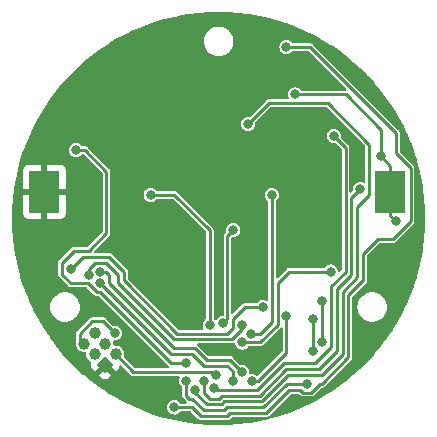
<source format=gbr>
%TF.GenerationSoftware,KiCad,Pcbnew,7.0.10*%
%TF.CreationDate,2024-10-12T21:33:44+02:00*%
%TF.ProjectId,Retro_Bubble_LED_Watch,52657472-6f5f-4427-9562-626c655f4c45,1.1*%
%TF.SameCoordinates,Original*%
%TF.FileFunction,Copper,L2,Bot*%
%TF.FilePolarity,Positive*%
%FSLAX46Y46*%
G04 Gerber Fmt 4.6, Leading zero omitted, Abs format (unit mm)*
G04 Created by KiCad (PCBNEW 7.0.10) date 2024-10-12 21:33:44*
%MOMM*%
%LPD*%
G01*
G04 APERTURE LIST*
G04 Aperture macros list*
%AMHorizOval*
0 Thick line with rounded ends*
0 $1 width*
0 $2 $3 position (X,Y) of the first rounded end (center of the circle)*
0 $4 $5 position (X,Y) of the second rounded end (center of the circle)*
0 Add line between two ends*
20,1,$1,$2,$3,$4,$5,0*
0 Add two circle primitives to create the rounded ends*
1,1,$1,$2,$3*
1,1,$1,$4,$5*%
%AMRotRect*
0 Rectangle, with rotation*
0 The origin of the aperture is its center*
0 $1 length*
0 $2 width*
0 $3 Rotation angle, in degrees counterclockwise*
0 Add horizontal line*
21,1,$1,$2,0,0,$3*%
G04 Aperture macros list end*
%TA.AperFunction,ComponentPad*%
%ADD10RotRect,1.000000X1.000000X45.000000*%
%TD*%
%TA.AperFunction,ComponentPad*%
%ADD11HorizOval,1.000000X0.000000X0.000000X0.000000X0.000000X0*%
%TD*%
%TA.AperFunction,SMDPad,CuDef*%
%ADD12R,2.600000X3.600000*%
%TD*%
%TA.AperFunction,ViaPad*%
%ADD13C,0.800000*%
%TD*%
%TA.AperFunction,Conductor*%
%ADD14C,0.250000*%
%TD*%
G04 APERTURE END LIST*
D10*
%TO.P,J1,1,Pin_1*%
%TO.N,GND*%
X141148026Y-112148026D03*
D11*
%TO.P,J1,2,Pin_2*%
%TO.N,/~{RESET}*%
X142046052Y-111250000D03*
%TO.P,J1,3,Pin_3*%
%TO.N,/MOSI*%
X140250000Y-111250000D03*
%TO.P,J1,4,Pin_4*%
%TO.N,/SCK*%
X141148026Y-110351975D03*
%TO.P,J1,5,Pin_5*%
%TO.N,+BATT*%
X139351975Y-110351975D03*
%TO.P,J1,6,Pin_6*%
%TO.N,/MISO*%
X140250000Y-109453949D03*
%TD*%
D12*
%TO.P,BT1,1,+*%
%TO.N,+BATT*%
X165300000Y-97500000D03*
%TO.P,BT1,2,-*%
%TO.N,GND*%
X136000000Y-97500000D03*
%TD*%
D13*
%TO.N,GND*%
X148844000Y-108712000D03*
X149860000Y-110744000D03*
X151638000Y-110744000D03*
X144526000Y-89662000D03*
X144526000Y-87122000D03*
%TO.N,Net-(DS1-CA1)*%
X152000000Y-100750000D03*
X151125000Y-108625000D03*
%TO.N,Net-(DS1-CA4)*%
X153500000Y-109500000D03*
X155250000Y-97750000D03*
%TO.N,Net-(DS1-CA2)*%
X145000000Y-97750000D03*
X150000000Y-108750000D03*
%TO.N,GND*%
X145000000Y-113500000D03*
X138430000Y-95250000D03*
X148000000Y-108712000D03*
X135382000Y-94742000D03*
X138430000Y-97282000D03*
X144526000Y-92202000D03*
X135382000Y-100330000D03*
X152908000Y-90170000D03*
X138430000Y-96266000D03*
X150750000Y-110750000D03*
X165750000Y-102750000D03*
%TO.N,+BATT*%
X165750000Y-100000000D03*
X157250000Y-89250000D03*
X164500000Y-94500000D03*
X142000000Y-109474000D03*
%TO.N,/~{RESET}*%
X150500000Y-113000000D03*
%TO.N,/SDA*%
X162750000Y-97250000D03*
X149550000Y-113500000D03*
%TO.N,/SCL*%
X160500000Y-92750000D03*
X150350000Y-114100000D03*
%TO.N,/MODE_BUTTON*%
X148000000Y-113500000D03*
X158242000Y-113750000D03*
%TO.N,/UP_BUTTON*%
X147000000Y-115750000D03*
X156500000Y-85250000D03*
%TO.N,/~{INTA}*%
X148750000Y-114250000D03*
X153250000Y-91750000D03*
%TO.N,Net-(U1-PD0)*%
X151950000Y-113500000D03*
X140750000Y-105250000D03*
%TO.N,Net-(U1-PD1)*%
X140750000Y-104250000D03*
X152750000Y-112750000D03*
%TO.N,Net-(U1-PD2)*%
X156500000Y-108000000D03*
X153550000Y-113500000D03*
%TO.N,Net-(U1-PD3)*%
X159500000Y-110250000D03*
X159500000Y-106750000D03*
%TO.N,Net-(U1-PD4)*%
X158750000Y-110998000D03*
X158750000Y-108250000D03*
%TO.N,Net-(U1-PD5)*%
X154500000Y-107250000D03*
X138250000Y-104000000D03*
%TO.N,Net-(U1-PD6)*%
X152750000Y-108750000D03*
X139750000Y-104500000D03*
%TO.N,Net-(U1-PD7)*%
X152750000Y-110250000D03*
X160250000Y-104250000D03*
%TO.N,Net-(J2-Pin_2)*%
X138684000Y-93980000D03*
X148000000Y-112000000D03*
%TD*%
D14*
%TO.N,Net-(DS1-CA2)*%
X147000000Y-97750000D02*
X145000000Y-97750000D01*
X150000000Y-108750000D02*
X150000000Y-100750000D01*
X150000000Y-100750000D02*
X147000000Y-97750000D01*
%TO.N,Net-(J2-Pin_2)*%
X146750000Y-112000000D02*
X148000000Y-112000000D01*
X140750000Y-106000000D02*
X146750000Y-112000000D01*
X140474695Y-106000000D02*
X140750000Y-106000000D01*
X139724695Y-105250000D02*
X140474695Y-106000000D01*
X138250000Y-105250000D02*
X139724695Y-105250000D01*
X137500000Y-104500000D02*
X138250000Y-105250000D01*
X139750000Y-102500000D02*
X138500000Y-102500000D01*
X137500000Y-103500000D02*
X137500000Y-104500000D01*
X141250000Y-101000000D02*
X139750000Y-102500000D01*
X138500000Y-102500000D02*
X137500000Y-103500000D01*
X139446000Y-93980000D02*
X141250000Y-95784000D01*
X138684000Y-93980000D02*
X139446000Y-93980000D01*
X141250000Y-95784000D02*
X141250000Y-101000000D01*
%TO.N,Net-(DS1-CA1)*%
X151500000Y-108250000D02*
X151500000Y-101250000D01*
X151500000Y-101250000D02*
X152000000Y-100750000D01*
X151125000Y-108625000D02*
X151500000Y-108250000D01*
%TO.N,Net-(DS1-CA4)*%
X153500000Y-109500000D02*
X154250000Y-109500000D01*
X154250000Y-109500000D02*
X155250000Y-108500000D01*
X155250000Y-108500000D02*
X155250000Y-97750000D01*
%TO.N,+BATT*%
X161500000Y-89250000D02*
X157250000Y-89250000D01*
X139000000Y-109500000D02*
X139000000Y-110000000D01*
X140042000Y-108458000D02*
X139000000Y-109500000D01*
X165300000Y-95300000D02*
X164500000Y-94500000D01*
X142000000Y-109474000D02*
X140984000Y-108458000D01*
X139000000Y-110000000D02*
X139351975Y-110351975D01*
X165300000Y-99550000D02*
X165300000Y-95300000D01*
X164500000Y-94500000D02*
X164500000Y-92250000D01*
X140984000Y-108458000D02*
X140042000Y-108458000D01*
X164500000Y-92250000D02*
X161500000Y-89250000D01*
X165750000Y-100000000D02*
X165300000Y-99550000D01*
%TO.N,/~{RESET}*%
X150250000Y-112750000D02*
X143546052Y-112750000D01*
X150500000Y-113000000D02*
X150250000Y-112750000D01*
X143546052Y-112750000D02*
X142046052Y-111250000D01*
%TO.N,/SDA*%
X150750000Y-115000000D02*
X151000000Y-114750000D01*
X160750000Y-111000000D02*
X160750000Y-105750000D01*
X159250000Y-112500000D02*
X160750000Y-111000000D01*
X156500000Y-112500000D02*
X159250000Y-112500000D01*
X150000000Y-115000000D02*
X150750000Y-115000000D01*
X149550000Y-113500000D02*
X149550000Y-114550000D01*
X162000000Y-104500000D02*
X162000000Y-98000000D01*
X154250000Y-114750000D02*
X156500000Y-112500000D01*
X151000000Y-114750000D02*
X154250000Y-114750000D01*
X149550000Y-114550000D02*
X150000000Y-115000000D01*
X160750000Y-105750000D02*
X162000000Y-104500000D01*
X162000000Y-98000000D02*
X162750000Y-97250000D01*
%TO.N,/SCL*%
X161500000Y-104250000D02*
X161500000Y-93750000D01*
X150500000Y-114250000D02*
X154000000Y-114250000D01*
X160250000Y-110625000D02*
X160250000Y-105500000D01*
X158875000Y-112000000D02*
X160250000Y-110625000D01*
X150350000Y-114100000D02*
X150500000Y-114250000D01*
X156250000Y-112000000D02*
X158875000Y-112000000D01*
X154000000Y-114250000D02*
X156250000Y-112000000D01*
X161500000Y-93750000D02*
X160500000Y-92750000D01*
X160250000Y-105500000D02*
X161500000Y-104250000D01*
%TO.N,/MODE_BUTTON*%
X151500000Y-115750000D02*
X151250000Y-116000000D01*
X148250000Y-115000000D02*
X148000000Y-114750000D01*
X148500000Y-115000000D02*
X148250000Y-115000000D01*
X154522792Y-115750000D02*
X151500000Y-115750000D01*
X158242000Y-113750000D02*
X156522792Y-113750000D01*
X148000000Y-114750000D02*
X148000000Y-113500000D01*
X156522792Y-113750000D02*
X154522792Y-115750000D01*
X151250000Y-116000000D02*
X149500000Y-116000000D01*
X149500000Y-116000000D02*
X148500000Y-115000000D01*
%TO.N,/UP_BUTTON*%
X156500000Y-85250000D02*
X158500000Y-85250000D01*
X148500000Y-115750000D02*
X147000000Y-115750000D01*
X157934000Y-114500000D02*
X157684000Y-114250000D01*
X157684000Y-114250000D02*
X156750000Y-114250000D01*
X165750000Y-92500000D02*
X165750000Y-94250000D01*
X158500000Y-85250000D02*
X165750000Y-92500000D01*
X167000000Y-100000000D02*
X165500000Y-101500000D01*
X161750000Y-111500000D02*
X159500000Y-113750000D01*
X167000000Y-95500000D02*
X167000000Y-100000000D01*
X156750000Y-114250000D02*
X154750000Y-116250000D01*
X158550000Y-114500000D02*
X157934000Y-114500000D01*
X165500000Y-101500000D02*
X164250000Y-101500000D01*
X149250000Y-116500000D02*
X148500000Y-115750000D01*
X161750000Y-106250000D02*
X161750000Y-111500000D01*
X151500000Y-116500000D02*
X149250000Y-116500000D01*
X154750000Y-116250000D02*
X151750000Y-116250000D01*
X151750000Y-116250000D02*
X151500000Y-116500000D01*
X163000000Y-102750000D02*
X163000000Y-105000000D01*
X165750000Y-94250000D02*
X167000000Y-95500000D01*
X159300000Y-113750000D02*
X158550000Y-114500000D01*
X159500000Y-113750000D02*
X159300000Y-113750000D01*
X164250000Y-101500000D02*
X163000000Y-102750000D01*
X163000000Y-105000000D02*
X161750000Y-106250000D01*
%TO.N,/~{INTA}*%
X149750000Y-115500000D02*
X151000000Y-115500000D01*
X156636396Y-113000000D02*
X159500000Y-113000000D01*
X148750000Y-114250000D02*
X148750000Y-114500000D01*
X155000000Y-90000000D02*
X153250000Y-91750000D01*
X148750000Y-114500000D02*
X149750000Y-115500000D01*
X161250000Y-106000000D02*
X162500000Y-104750000D01*
X163500000Y-97750000D02*
X163500000Y-93500000D01*
X160000000Y-90000000D02*
X155000000Y-90000000D01*
X151250000Y-115250000D02*
X154386396Y-115250000D01*
X161250000Y-111250000D02*
X161250000Y-106000000D01*
X159500000Y-113000000D02*
X161250000Y-111250000D01*
X162500000Y-104750000D02*
X162500000Y-98750000D01*
X163500000Y-93500000D02*
X160000000Y-90000000D01*
X162500000Y-98750000D02*
X163500000Y-97750000D01*
X151000000Y-115500000D02*
X151250000Y-115250000D01*
X154386396Y-115250000D02*
X156636396Y-113000000D01*
%TO.N,Net-(U1-PD0)*%
X148500000Y-111250000D02*
X149500000Y-112250000D01*
X149500000Y-112250000D02*
X151500000Y-112250000D01*
X140750000Y-105250000D02*
X146750000Y-111250000D01*
X146750000Y-111250000D02*
X148500000Y-111250000D01*
X151950000Y-112700000D02*
X151950000Y-113500000D01*
X151500000Y-112250000D02*
X151950000Y-112700000D01*
%TO.N,Net-(U1-PD1)*%
X141250000Y-104250000D02*
X141500000Y-104500000D01*
X140750000Y-104250000D02*
X141250000Y-104250000D01*
X141500000Y-104500000D02*
X141500000Y-105250000D01*
X149750000Y-111750000D02*
X151750000Y-111750000D01*
X148750000Y-110750000D02*
X149750000Y-111750000D01*
X151750000Y-111750000D02*
X152750000Y-112750000D01*
X141500000Y-105250000D02*
X147000000Y-110750000D01*
X147000000Y-110750000D02*
X148750000Y-110750000D01*
%TO.N,Net-(U1-PD2)*%
X154113604Y-113500000D02*
X153550000Y-113500000D01*
X156500000Y-111113604D02*
X154113604Y-113500000D01*
X156500000Y-108000000D02*
X156500000Y-111113604D01*
%TO.N,Net-(U1-PD3)*%
X159500000Y-110250000D02*
X159500000Y-106750000D01*
%TO.N,Net-(U1-PD4)*%
X158750000Y-110998000D02*
X158750000Y-108250000D01*
%TO.N,Net-(U1-PD5)*%
X142750000Y-104250000D02*
X142750000Y-105000000D01*
X151500000Y-109500000D02*
X152000000Y-109000000D01*
X141500000Y-103000000D02*
X142750000Y-104250000D01*
X153000000Y-107250000D02*
X154500000Y-107250000D01*
X142750000Y-105000000D02*
X147250000Y-109500000D01*
X147250000Y-109500000D02*
X151500000Y-109500000D01*
X138250000Y-104000000D02*
X139250000Y-103000000D01*
X152000000Y-109000000D02*
X152000000Y-108250000D01*
X152000000Y-108250000D02*
X153000000Y-107250000D01*
X139250000Y-103000000D02*
X141500000Y-103000000D01*
%TO.N,Net-(U1-PD6)*%
X139750000Y-104500000D02*
X139750000Y-104000000D01*
X141250000Y-103500000D02*
X142250000Y-104500000D01*
X142250000Y-104500000D02*
X142250000Y-105250000D01*
X139750000Y-104000000D02*
X140250000Y-103500000D01*
X147000000Y-110000000D02*
X151875000Y-110000000D01*
X151875000Y-110000000D02*
X152750000Y-109125000D01*
X140250000Y-103500000D02*
X141250000Y-103500000D01*
X142250000Y-105250000D02*
X147000000Y-110000000D01*
X152750000Y-109125000D02*
X152750000Y-108750000D01*
%TO.N,Net-(U1-PD7)*%
X160250000Y-104250000D02*
X156750000Y-104250000D01*
X155750000Y-105250000D02*
X155750000Y-108750000D01*
X154250000Y-110250000D02*
X152750000Y-110250000D01*
X155750000Y-108750000D02*
X154250000Y-110250000D01*
X156750000Y-104250000D02*
X155750000Y-105250000D01*
%TD*%
%TA.AperFunction,Conductor*%
%TO.N,GND*%
G36*
X156112575Y-108938504D02*
G01*
X156159450Y-108977828D01*
X156174500Y-109030300D01*
X156174500Y-110937769D01*
X156155593Y-110995960D01*
X156145504Y-111007773D01*
X154098110Y-113055166D01*
X154043593Y-113082943D01*
X153983161Y-113073372D01*
X153967839Y-113063704D01*
X153858416Y-112979742D01*
X153852841Y-112975464D01*
X153852840Y-112975463D01*
X153852838Y-112975462D01*
X153706766Y-112914957D01*
X153706758Y-112914955D01*
X153550001Y-112894318D01*
X153549998Y-112894318D01*
X153460834Y-112906056D01*
X153400674Y-112894906D01*
X153358557Y-112850523D01*
X153349760Y-112794980D01*
X153355682Y-112749999D01*
X153346250Y-112678355D01*
X153335044Y-112593238D01*
X153287574Y-112478636D01*
X153274537Y-112447161D01*
X153274537Y-112447160D01*
X153178286Y-112321723D01*
X153178285Y-112321722D01*
X153178282Y-112321718D01*
X153178277Y-112321714D01*
X153178276Y-112321713D01*
X153097626Y-112259829D01*
X153052841Y-112225464D01*
X153052840Y-112225463D01*
X153052838Y-112225462D01*
X152906766Y-112164957D01*
X152906758Y-112164955D01*
X152750001Y-112144318D01*
X152749998Y-112144318D01*
X152669957Y-112154855D01*
X152609797Y-112143705D01*
X152587032Y-112126706D01*
X151993268Y-111532942D01*
X151987434Y-111526574D01*
X151962456Y-111496806D01*
X151928795Y-111477372D01*
X151921512Y-111472732D01*
X151889685Y-111450446D01*
X151889679Y-111450443D01*
X151888224Y-111450054D01*
X151864348Y-111440164D01*
X151863045Y-111439411D01*
X151824779Y-111432664D01*
X151816350Y-111430795D01*
X151791448Y-111424123D01*
X151778807Y-111420736D01*
X151778806Y-111420736D01*
X151778805Y-111420736D01*
X151740095Y-111424123D01*
X151731466Y-111424500D01*
X149925834Y-111424500D01*
X149867643Y-111405593D01*
X149855830Y-111395504D01*
X148993268Y-110532942D01*
X148987434Y-110526574D01*
X148956888Y-110490171D01*
X148959133Y-110488286D01*
X148934241Y-110448446D01*
X148938511Y-110387410D01*
X148977843Y-110340541D01*
X149030301Y-110325500D01*
X151856466Y-110325500D01*
X151865094Y-110325876D01*
X151903807Y-110329264D01*
X151941354Y-110319202D01*
X151949784Y-110317334D01*
X151988045Y-110310588D01*
X151989345Y-110309838D01*
X152013236Y-110299942D01*
X152013440Y-110299887D01*
X152014684Y-110299554D01*
X152014691Y-110299548D01*
X152020596Y-110296796D01*
X152081325Y-110289339D01*
X152134840Y-110319001D01*
X152160590Y-110373598D01*
X152164955Y-110406758D01*
X152164957Y-110406766D01*
X152225462Y-110552838D01*
X152225462Y-110552839D01*
X152321713Y-110678276D01*
X152321718Y-110678282D01*
X152447159Y-110774536D01*
X152447160Y-110774536D01*
X152447161Y-110774537D01*
X152593233Y-110835042D01*
X152593238Y-110835044D01*
X152710809Y-110850522D01*
X152749999Y-110855682D01*
X152750000Y-110855682D01*
X152750001Y-110855682D01*
X152781352Y-110851554D01*
X152906762Y-110835044D01*
X153052841Y-110774536D01*
X153178282Y-110678282D01*
X153227428Y-110614232D01*
X153277852Y-110579577D01*
X153305970Y-110575500D01*
X154231466Y-110575500D01*
X154240094Y-110575876D01*
X154278807Y-110579264D01*
X154316354Y-110569202D01*
X154324784Y-110567334D01*
X154363045Y-110560588D01*
X154364345Y-110559838D01*
X154388236Y-110549942D01*
X154388464Y-110549880D01*
X154389684Y-110549554D01*
X154421533Y-110527251D01*
X154428779Y-110522635D01*
X154462455Y-110503194D01*
X154487443Y-110473413D01*
X154493254Y-110467070D01*
X155967072Y-108993253D01*
X155973431Y-108987428D01*
X156009830Y-108956887D01*
X156011715Y-108959134D01*
X156051538Y-108934244D01*
X156112575Y-108938504D01*
G37*
%TD.AperFunction*%
%TA.AperFunction,Conductor*%
G36*
X150772927Y-82251045D02*
G01*
X151513756Y-82268680D01*
X151514705Y-82268709D01*
X151604450Y-82271938D01*
X151607774Y-82272117D01*
X152341008Y-82324559D01*
X152341736Y-82324616D01*
X152437378Y-82332662D01*
X152440780Y-82333008D01*
X153164912Y-82419589D01*
X153165654Y-82419683D01*
X153266536Y-82433067D01*
X153269862Y-82433567D01*
X153983687Y-82553603D01*
X153984518Y-82553748D01*
X154089874Y-82572905D01*
X154093177Y-82573564D01*
X154795406Y-82726324D01*
X154796579Y-82726587D01*
X154901350Y-82750879D01*
X154905615Y-82751868D01*
X154908877Y-82752683D01*
X155059571Y-82793061D01*
X155598599Y-82937493D01*
X155599629Y-82937777D01*
X155711941Y-82969562D01*
X155714982Y-82970478D01*
X156391002Y-83186578D01*
X156392035Y-83186916D01*
X156506847Y-83225442D01*
X156509832Y-83226499D01*
X157170844Y-83473044D01*
X157172132Y-83473535D01*
X157288617Y-83518945D01*
X157291556Y-83520147D01*
X157936615Y-83796378D01*
X157937828Y-83796909D01*
X157985548Y-83818200D01*
X158055473Y-83849401D01*
X158058390Y-83850760D01*
X158686237Y-84155749D01*
X158687426Y-84156337D01*
X158805685Y-84216058D01*
X158808502Y-84217539D01*
X159000992Y-84322646D01*
X159418224Y-84550471D01*
X159419419Y-84551136D01*
X159537540Y-84618080D01*
X159540219Y-84619655D01*
X160130780Y-84979621D01*
X160131933Y-84980336D01*
X160215179Y-85032942D01*
X160249333Y-85054525D01*
X160251928Y-85056223D01*
X160822247Y-85442226D01*
X160823496Y-85443086D01*
X160885005Y-85486216D01*
X160939471Y-85524408D01*
X160941962Y-85526212D01*
X161491071Y-85937270D01*
X161492392Y-85938277D01*
X161606454Y-86026709D01*
X161608812Y-86028596D01*
X162135673Y-86463610D01*
X162136981Y-86464709D01*
X162248672Y-86560218D01*
X162250925Y-86562205D01*
X162754713Y-87020178D01*
X162755976Y-87021346D01*
X162864681Y-87123721D01*
X162866773Y-87125751D01*
X163346723Y-87605701D01*
X163347970Y-87606972D01*
X163414289Y-87675721D01*
X163453066Y-87715918D01*
X163455070Y-87718058D01*
X163910211Y-88218731D01*
X163911421Y-88220086D01*
X164012530Y-88335495D01*
X164014406Y-88337701D01*
X164444047Y-88858056D01*
X164445213Y-88859495D01*
X164541762Y-88980989D01*
X164543509Y-88983254D01*
X164946917Y-89522144D01*
X164948034Y-89523666D01*
X165039634Y-89651023D01*
X165041250Y-89653339D01*
X165417638Y-90209452D01*
X165418701Y-90211056D01*
X165504958Y-90343996D01*
X165506442Y-90346356D01*
X165855169Y-90918478D01*
X165856173Y-90920162D01*
X165936674Y-91058316D01*
X165938026Y-91060712D01*
X166258520Y-91647652D01*
X166259459Y-91649414D01*
X166333830Y-91792397D01*
X166335050Y-91794824D01*
X166626725Y-92395264D01*
X166627595Y-92397101D01*
X166695511Y-92544539D01*
X166696599Y-92546987D01*
X166958971Y-93159681D01*
X166959765Y-93161591D01*
X167020896Y-93313011D01*
X167021853Y-93315476D01*
X167254457Y-93939111D01*
X167255171Y-93941090D01*
X167309265Y-94096107D01*
X167310092Y-94098581D01*
X167512506Y-94731790D01*
X167513136Y-94733835D01*
X167559951Y-94891996D01*
X167560649Y-94894472D01*
X167732533Y-95535948D01*
X167733073Y-95538057D01*
X167772407Y-95698922D01*
X167772978Y-95701392D01*
X167914024Y-96349772D01*
X167914470Y-96351939D01*
X167946143Y-96514999D01*
X167946588Y-96517459D01*
X168056544Y-97171343D01*
X168056892Y-97173564D01*
X168080769Y-97338354D01*
X168081092Y-97340797D01*
X168159773Y-97998854D01*
X168160018Y-98001125D01*
X168175995Y-98167172D01*
X168176198Y-98169591D01*
X168223462Y-98830433D01*
X168223600Y-98832749D01*
X168231605Y-98999510D01*
X168231691Y-99001901D01*
X168249443Y-99747643D01*
X168249443Y-99752355D01*
X168231691Y-100498097D01*
X168231605Y-100500488D01*
X168223600Y-100667249D01*
X168223462Y-100669565D01*
X168176198Y-101330407D01*
X168175995Y-101332826D01*
X168160018Y-101498873D01*
X168159773Y-101501144D01*
X168081092Y-102159201D01*
X168080769Y-102161644D01*
X168056892Y-102326434D01*
X168056544Y-102328655D01*
X167946588Y-102982539D01*
X167946143Y-102984999D01*
X167914470Y-103148059D01*
X167914024Y-103150226D01*
X167772978Y-103798606D01*
X167772407Y-103801076D01*
X167733073Y-103961941D01*
X167732533Y-103964050D01*
X167560649Y-104605526D01*
X167559951Y-104608002D01*
X167513136Y-104766163D01*
X167512506Y-104768208D01*
X167310092Y-105401417D01*
X167309265Y-105403891D01*
X167255171Y-105558908D01*
X167254457Y-105560887D01*
X167021853Y-106184522D01*
X167020896Y-106186987D01*
X166959765Y-106338407D01*
X166958971Y-106340317D01*
X166696599Y-106953011D01*
X166695511Y-106955459D01*
X166627595Y-107102897D01*
X166626725Y-107104734D01*
X166335050Y-107705174D01*
X166333830Y-107707601D01*
X166259459Y-107850584D01*
X166258520Y-107852346D01*
X165938026Y-108439286D01*
X165936674Y-108441682D01*
X165856173Y-108579836D01*
X165855169Y-108581520D01*
X165506442Y-109153642D01*
X165504958Y-109156002D01*
X165418701Y-109288942D01*
X165417638Y-109290546D01*
X165041250Y-109846659D01*
X165039634Y-109848975D01*
X164948034Y-109976332D01*
X164946917Y-109977854D01*
X164543509Y-110516744D01*
X164541762Y-110519009D01*
X164445213Y-110640503D01*
X164444047Y-110641942D01*
X164014406Y-111162297D01*
X164012530Y-111164503D01*
X163911421Y-111279912D01*
X163910211Y-111281267D01*
X163455070Y-111781940D01*
X163453066Y-111784080D01*
X163347970Y-111893026D01*
X163346723Y-111894297D01*
X162866773Y-112374247D01*
X162864643Y-112376314D01*
X162755994Y-112478636D01*
X162754713Y-112479820D01*
X162250925Y-112937793D01*
X162248672Y-112939780D01*
X162136981Y-113035289D01*
X162135673Y-113036388D01*
X161608812Y-113471402D01*
X161606439Y-113473301D01*
X161492401Y-113561714D01*
X161491071Y-113562728D01*
X160941962Y-113973786D01*
X160939471Y-113975590D01*
X160823545Y-114056878D01*
X160822197Y-114057807D01*
X160251936Y-114443770D01*
X160249333Y-114445473D01*
X160132029Y-114519602D01*
X160130668Y-114520446D01*
X159540234Y-114880334D01*
X159537521Y-114881929D01*
X159419530Y-114948800D01*
X159418162Y-114949561D01*
X158808502Y-115282459D01*
X158805685Y-115283940D01*
X158687509Y-115343620D01*
X158686138Y-115344298D01*
X158058390Y-115649238D01*
X158055473Y-115650597D01*
X157937879Y-115703067D01*
X157936510Y-115703666D01*
X157291592Y-115979836D01*
X157288579Y-115981068D01*
X157172168Y-116026449D01*
X157170807Y-116026968D01*
X156509890Y-116273478D01*
X156506787Y-116274577D01*
X156392187Y-116313032D01*
X156390837Y-116313474D01*
X155715054Y-116529498D01*
X155711868Y-116530458D01*
X155599779Y-116562179D01*
X155598444Y-116562547D01*
X154959781Y-116733676D01*
X154898680Y-116730473D01*
X154862520Y-116701191D01*
X154861176Y-116716557D01*
X154821035Y-116762734D01*
X154791090Y-116774613D01*
X154093186Y-116926432D01*
X154089854Y-116927097D01*
X153984739Y-116946211D01*
X153983444Y-116946437D01*
X153269897Y-117066425D01*
X153266501Y-117066936D01*
X153165913Y-117080282D01*
X153164645Y-117080442D01*
X152440802Y-117166987D01*
X152437350Y-117167338D01*
X152342015Y-117175360D01*
X152340777Y-117175457D01*
X151607863Y-117227876D01*
X151604360Y-117228064D01*
X151514833Y-117231285D01*
X151513629Y-117231321D01*
X150772965Y-117248952D01*
X150769422Y-117248973D01*
X150686357Y-117247977D01*
X150685188Y-117247956D01*
X149937967Y-117230169D01*
X149934390Y-117230019D01*
X149858564Y-117225467D01*
X149857435Y-117225393D01*
X149104791Y-117171564D01*
X149101190Y-117171240D01*
X149033253Y-117163880D01*
X149032163Y-117163756D01*
X148275341Y-117073266D01*
X148271724Y-117072766D01*
X148212317Y-117063430D01*
X148211270Y-117063259D01*
X147451526Y-116935501D01*
X147447903Y-116934822D01*
X147397764Y-116924458D01*
X147396760Y-116924246D01*
X146635196Y-116758579D01*
X146631589Y-116757723D01*
X146607700Y-116751577D01*
X146591169Y-116747324D01*
X146590214Y-116747073D01*
X145828225Y-116542898D01*
X145824614Y-116541856D01*
X145794612Y-116532583D01*
X145793702Y-116532297D01*
X145032455Y-116288953D01*
X145028864Y-116287729D01*
X145009943Y-116280871D01*
X145009081Y-116280554D01*
X144249684Y-115997314D01*
X144246147Y-115995916D01*
X144238835Y-115992862D01*
X144238035Y-115992523D01*
X143482599Y-115669027D01*
X143478313Y-115667069D01*
X142733394Y-115305210D01*
X142729205Y-115303051D01*
X142002311Y-114906137D01*
X141998231Y-114903781D01*
X141459652Y-114575500D01*
X141291064Y-114472740D01*
X141287123Y-114470207D01*
X140601253Y-114005998D01*
X140597417Y-114003267D01*
X140597319Y-114003194D01*
X140322091Y-113797160D01*
X139934401Y-113506938D01*
X139930698Y-113504025D01*
X139358899Y-113031909D01*
X140617696Y-113031909D01*
X140828302Y-113242515D01*
X140874921Y-113280083D01*
X140874920Y-113280083D01*
X141005714Y-113339814D01*
X141148023Y-113360274D01*
X141148029Y-113360274D01*
X141290337Y-113339814D01*
X141421130Y-113280083D01*
X141467754Y-113242511D01*
X141678355Y-113031909D01*
X141148025Y-112501579D01*
X140617696Y-113031909D01*
X139358899Y-113031909D01*
X139292077Y-112976736D01*
X139288516Y-112973650D01*
X138675721Y-112416583D01*
X138672310Y-112413332D01*
X138086667Y-111827689D01*
X138083416Y-111824278D01*
X137986738Y-111717929D01*
X137526348Y-111211482D01*
X137523263Y-111207922D01*
X136995974Y-110569301D01*
X136993061Y-110565598D01*
X136629307Y-110079681D01*
X136496725Y-109902572D01*
X136493999Y-109898743D01*
X136444427Y-109825500D01*
X136029785Y-109212866D01*
X136027266Y-109208946D01*
X135596217Y-108501766D01*
X135593862Y-108497688D01*
X135589439Y-108489587D01*
X135196942Y-107770784D01*
X135194789Y-107766605D01*
X135161055Y-107697161D01*
X135005867Y-107377692D01*
X134943840Y-107250003D01*
X136494723Y-107250003D01*
X136513791Y-107467969D01*
X136513792Y-107467976D01*
X136513793Y-107467977D01*
X136570425Y-107679330D01*
X136662898Y-107877639D01*
X136696747Y-107925980D01*
X136776553Y-108039956D01*
X136788402Y-108056877D01*
X136943123Y-108211598D01*
X136943126Y-108211600D01*
X136943127Y-108211601D01*
X136962923Y-108225462D01*
X137122361Y-108337102D01*
X137320670Y-108429575D01*
X137354846Y-108438732D01*
X137359801Y-108440201D01*
X137362939Y-108441220D01*
X137362943Y-108441220D01*
X137362948Y-108441223D01*
X137369200Y-108442650D01*
X137372773Y-108443536D01*
X137532023Y-108486207D01*
X137570694Y-108489590D01*
X137577461Y-108490654D01*
X137577470Y-108490594D01*
X137581861Y-108491189D01*
X137581865Y-108491189D01*
X137581869Y-108491190D01*
X137594459Y-108491755D01*
X137598515Y-108492024D01*
X137730907Y-108503606D01*
X137749998Y-108505277D01*
X137750000Y-108505277D01*
X137750001Y-108505277D01*
X137754762Y-108504860D01*
X137792843Y-108501528D01*
X137805908Y-108501252D01*
X137806194Y-108501265D01*
X137822788Y-108499017D01*
X137827329Y-108498511D01*
X137967977Y-108486207D01*
X138013652Y-108473968D01*
X138025973Y-108471494D01*
X138028713Y-108471123D01*
X138047173Y-108465124D01*
X138052055Y-108463678D01*
X138179330Y-108429575D01*
X138226128Y-108407752D01*
X138237360Y-108403328D01*
X138242274Y-108401732D01*
X138260809Y-108391757D01*
X138265819Y-108389244D01*
X138377639Y-108337102D01*
X138423563Y-108304945D01*
X138433409Y-108298878D01*
X138440013Y-108295325D01*
X138457145Y-108281662D01*
X138462008Y-108278025D01*
X138556877Y-108211598D01*
X138599716Y-108168758D01*
X138607971Y-108161381D01*
X138615574Y-108155319D01*
X138630116Y-108138673D01*
X138634643Y-108133831D01*
X138711598Y-108056877D01*
X138749004Y-108003455D01*
X138755514Y-107995144D01*
X138763315Y-107986216D01*
X138774525Y-107967452D01*
X138778374Y-107961511D01*
X138837102Y-107877639D01*
X138866665Y-107814240D01*
X138871388Y-107805332D01*
X138878487Y-107793451D01*
X138885924Y-107773633D01*
X138888878Y-107766605D01*
X138929575Y-107679330D01*
X138948942Y-107607050D01*
X138951878Y-107597901D01*
X138957389Y-107583218D01*
X138960989Y-107563379D01*
X138962763Y-107555469D01*
X138986207Y-107467977D01*
X138986207Y-107467975D01*
X138986208Y-107467972D01*
X138990084Y-107423657D01*
X138993167Y-107388418D01*
X138994381Y-107379374D01*
X138997484Y-107362278D01*
X138997513Y-107360941D01*
X138998111Y-107334273D01*
X138998460Y-107327919D01*
X139005277Y-107250000D01*
X138998460Y-107172083D01*
X138998111Y-107165724D01*
X138997484Y-107137724D01*
X138994378Y-107120612D01*
X138993166Y-107111570D01*
X138992407Y-107102897D01*
X138990295Y-107078751D01*
X138986208Y-107032030D01*
X138986207Y-107032027D01*
X138986207Y-107032023D01*
X138962764Y-106944533D01*
X138960983Y-106936589D01*
X138960270Y-106932662D01*
X138957389Y-106916782D01*
X138951875Y-106902092D01*
X138948942Y-106892949D01*
X138929575Y-106820670D01*
X138888876Y-106733391D01*
X138885923Y-106726363D01*
X138878487Y-106706549D01*
X138878484Y-106706544D01*
X138878482Y-106706539D01*
X138871393Y-106694674D01*
X138866655Y-106685736D01*
X138837107Y-106622372D01*
X138837103Y-106622364D01*
X138816705Y-106593233D01*
X138778399Y-106538525D01*
X138774509Y-106532519D01*
X138771204Y-106526988D01*
X138763315Y-106513784D01*
X138755517Y-106504859D01*
X138748995Y-106496532D01*
X138711598Y-106443123D01*
X138694308Y-106425833D01*
X138634647Y-106366171D01*
X138630097Y-106361304D01*
X138615574Y-106344681D01*
X138615572Y-106344679D01*
X138607982Y-106338626D01*
X138599706Y-106331230D01*
X138556877Y-106288402D01*
X138556873Y-106288399D01*
X138462053Y-106222005D01*
X138457112Y-106218311D01*
X138440010Y-106204673D01*
X138433410Y-106201121D01*
X138423544Y-106195041D01*
X138384784Y-106167901D01*
X138377639Y-106162898D01*
X138377638Y-106162897D01*
X138377636Y-106162896D01*
X138302139Y-106127692D01*
X138265834Y-106110762D01*
X138260777Y-106108225D01*
X138242272Y-106098267D01*
X138242271Y-106098266D01*
X138237350Y-106096667D01*
X138226120Y-106092243D01*
X138197248Y-106078780D01*
X138179330Y-106070425D01*
X138179328Y-106070424D01*
X138179325Y-106070423D01*
X138179322Y-106070422D01*
X138052087Y-106036328D01*
X138047123Y-106034858D01*
X138028714Y-106028877D01*
X138028711Y-106028876D01*
X138025969Y-106028505D01*
X138013644Y-106026029D01*
X137989212Y-106019483D01*
X137967977Y-106013793D01*
X137967974Y-106013792D01*
X137967968Y-106013791D01*
X137967973Y-106013791D01*
X137827382Y-106001492D01*
X137822722Y-106000973D01*
X137806194Y-105998734D01*
X137805893Y-105998748D01*
X137792839Y-105998470D01*
X137750004Y-105994723D01*
X137749995Y-105994723D01*
X137598575Y-106007969D01*
X137594397Y-106008246D01*
X137581869Y-106008809D01*
X137577471Y-106009405D01*
X137577463Y-106009346D01*
X137570687Y-106010409D01*
X137536240Y-106013424D01*
X137532023Y-106013793D01*
X137532021Y-106013793D01*
X137372779Y-106056461D01*
X137369197Y-106057349D01*
X137362949Y-106058775D01*
X137359786Y-106059803D01*
X137354834Y-106061270D01*
X137320665Y-106070426D01*
X137122372Y-106162892D01*
X137122364Y-106162896D01*
X136943127Y-106288398D01*
X136788398Y-106443127D01*
X136662896Y-106622364D01*
X136662892Y-106622372D01*
X136570426Y-106820666D01*
X136513791Y-107032030D01*
X136494723Y-107249996D01*
X136494723Y-107250003D01*
X134943840Y-107250003D01*
X134832930Y-107021685D01*
X134830972Y-107017400D01*
X134802299Y-106950442D01*
X134504935Y-106256032D01*
X134503210Y-106251723D01*
X134213779Y-105475728D01*
X134212239Y-105471277D01*
X133960067Y-104682412D01*
X133958751Y-104677933D01*
X133918792Y-104528806D01*
X137170736Y-104528806D01*
X137180795Y-104566350D01*
X137182664Y-104574779D01*
X137189411Y-104613045D01*
X137190164Y-104614348D01*
X137200054Y-104638224D01*
X137200443Y-104639679D01*
X137200446Y-104639685D01*
X137222732Y-104671512D01*
X137227372Y-104678795D01*
X137246806Y-104712455D01*
X137276569Y-104737429D01*
X137282938Y-104743264D01*
X138006741Y-105467068D01*
X138012565Y-105473424D01*
X138037545Y-105503194D01*
X138071208Y-105522629D01*
X138078473Y-105527257D01*
X138110316Y-105549554D01*
X138111767Y-105549942D01*
X138135659Y-105559840D01*
X138136954Y-105560588D01*
X138148190Y-105562568D01*
X138175233Y-105567337D01*
X138183642Y-105569201D01*
X138221193Y-105579263D01*
X138221194Y-105579262D01*
X138221194Y-105579263D01*
X138259897Y-105575877D01*
X138268525Y-105575500D01*
X139548861Y-105575500D01*
X139607052Y-105594407D01*
X139618865Y-105604496D01*
X140231436Y-106217068D01*
X140237260Y-106223424D01*
X140262240Y-106253194D01*
X140295903Y-106272629D01*
X140303168Y-106277257D01*
X140335011Y-106299554D01*
X140336462Y-106299942D01*
X140360354Y-106309840D01*
X140361649Y-106310588D01*
X140372885Y-106312568D01*
X140399928Y-106317337D01*
X140408337Y-106319201D01*
X140445888Y-106329263D01*
X140445889Y-106329262D01*
X140445889Y-106329263D01*
X140484592Y-106325877D01*
X140493220Y-106325500D01*
X140574166Y-106325500D01*
X140632357Y-106344407D01*
X140644169Y-106354495D01*
X143577215Y-109287542D01*
X146506741Y-112217068D01*
X146512565Y-112223424D01*
X146537545Y-112253194D01*
X146537546Y-112253194D01*
X146543113Y-112259829D01*
X146540866Y-112261713D01*
X146565759Y-112301554D01*
X146561489Y-112362590D01*
X146522157Y-112409459D01*
X146469699Y-112424500D01*
X143721887Y-112424500D01*
X143663696Y-112405593D01*
X143651883Y-112395504D01*
X142759219Y-111502841D01*
X142731442Y-111448324D01*
X142730945Y-111420904D01*
X142742462Y-111326060D01*
X142747434Y-111285111D01*
X142751697Y-111250001D01*
X142751697Y-111249998D01*
X142744216Y-111188388D01*
X142731192Y-111081128D01*
X142670870Y-110922070D01*
X142574235Y-110782071D01*
X142446904Y-110669266D01*
X142296277Y-110590210D01*
X142296276Y-110590209D01*
X142296275Y-110590209D01*
X142131110Y-110549500D01*
X142131108Y-110549500D01*
X141960996Y-110549500D01*
X141960993Y-110549500D01*
X141955054Y-110550222D01*
X141954760Y-110547805D01*
X141903858Y-110544103D01*
X141857098Y-110504642D01*
X141842463Y-110445233D01*
X141842924Y-110440483D01*
X141843965Y-110431914D01*
X141849368Y-110387410D01*
X141853671Y-110351976D01*
X141853671Y-110351975D01*
X141849465Y-110317334D01*
X141833166Y-110183103D01*
X141833165Y-110183100D01*
X141833084Y-110182433D01*
X141844839Y-110122387D01*
X141889643Y-110080719D01*
X141944281Y-110072346D01*
X142000000Y-110079682D01*
X142156762Y-110059044D01*
X142302841Y-109998536D01*
X142428282Y-109902282D01*
X142524536Y-109776841D01*
X142585044Y-109630762D01*
X142605682Y-109474000D01*
X142605312Y-109471193D01*
X142588772Y-109345554D01*
X142585044Y-109317238D01*
X142572744Y-109287544D01*
X142524537Y-109171161D01*
X142524537Y-109171160D01*
X142428286Y-109045723D01*
X142428285Y-109045722D01*
X142428282Y-109045718D01*
X142428277Y-109045714D01*
X142428276Y-109045713D01*
X142302838Y-108949462D01*
X142156766Y-108888957D01*
X142156758Y-108888955D01*
X142000001Y-108868318D01*
X141999998Y-108868318D01*
X141919957Y-108878855D01*
X141859797Y-108867705D01*
X141837032Y-108850706D01*
X141227268Y-108240942D01*
X141221434Y-108234574D01*
X141196456Y-108204806D01*
X141162795Y-108185372D01*
X141155512Y-108180732D01*
X141123685Y-108158446D01*
X141123679Y-108158443D01*
X141122224Y-108158054D01*
X141098348Y-108148164D01*
X141097045Y-108147411D01*
X141058779Y-108140664D01*
X141050350Y-108138795D01*
X141025448Y-108132123D01*
X141012807Y-108128736D01*
X141012806Y-108128736D01*
X141012805Y-108128736D01*
X140974095Y-108132123D01*
X140965466Y-108132500D01*
X140060535Y-108132500D01*
X140051906Y-108132123D01*
X140013195Y-108128736D01*
X140013193Y-108128736D01*
X139975650Y-108138795D01*
X139967222Y-108140664D01*
X139928956Y-108147411D01*
X139928948Y-108147414D01*
X139927640Y-108148170D01*
X139903786Y-108158051D01*
X139902324Y-108158442D01*
X139902317Y-108158445D01*
X139902316Y-108158446D01*
X139870475Y-108180740D01*
X139863205Y-108185371D01*
X139829545Y-108204805D01*
X139804569Y-108234570D01*
X139798736Y-108240936D01*
X138782940Y-109256732D01*
X138776574Y-109262564D01*
X138746807Y-109287542D01*
X138746805Y-109287544D01*
X138727371Y-109321205D01*
X138722740Y-109328475D01*
X138700446Y-109360316D01*
X138700446Y-109360317D01*
X138700442Y-109360324D01*
X138700051Y-109361786D01*
X138690170Y-109385640D01*
X138689414Y-109386948D01*
X138689410Y-109386960D01*
X138682662Y-109425223D01*
X138680794Y-109433649D01*
X138670736Y-109471187D01*
X138670736Y-109471194D01*
X138674123Y-109509904D01*
X138674500Y-109518533D01*
X138674500Y-109981465D01*
X138674123Y-109990094D01*
X138670736Y-110028805D01*
X138670736Y-110028806D01*
X138680795Y-110066350D01*
X138682664Y-110074779D01*
X138685948Y-110093403D01*
X138681020Y-110145698D01*
X138666834Y-110183104D01*
X138646330Y-110351973D01*
X138646330Y-110351976D01*
X138650633Y-110387410D01*
X138666835Y-110520847D01*
X138727157Y-110679905D01*
X138823791Y-110819902D01*
X138823793Y-110819905D01*
X138847873Y-110841238D01*
X138951123Y-110932709D01*
X139101750Y-111011765D01*
X139266919Y-111052475D01*
X139266922Y-111052475D01*
X139437028Y-111052475D01*
X139437031Y-111052475D01*
X139437033Y-111052474D01*
X139442973Y-111051753D01*
X139443267Y-111054174D01*
X139494144Y-111057863D01*
X139540914Y-111097313D01*
X139555564Y-111156718D01*
X139555101Y-111161491D01*
X139544355Y-111249997D01*
X139544355Y-111250001D01*
X139548618Y-111285111D01*
X139564860Y-111418872D01*
X139625182Y-111577930D01*
X139721816Y-111717927D01*
X139721818Y-111717930D01*
X139849146Y-111830733D01*
X139917019Y-111866356D01*
X139959758Y-111910141D01*
X139968598Y-111970684D01*
X139961067Y-111995137D01*
X139956238Y-112005712D01*
X139935778Y-112148022D01*
X139935778Y-112148029D01*
X139956237Y-112290337D01*
X140015968Y-112421130D01*
X140053536Y-112467749D01*
X140264142Y-112678355D01*
X140823026Y-112119471D01*
X140823026Y-112205332D01*
X140862225Y-112313033D01*
X140935897Y-112400831D01*
X141035155Y-112458138D01*
X141119590Y-112473026D01*
X141176462Y-112473026D01*
X141260897Y-112458138D01*
X141360155Y-112400831D01*
X141433827Y-112313033D01*
X141473026Y-112205332D01*
X141473026Y-112119472D01*
X142031909Y-112678355D01*
X142242511Y-112467754D01*
X142280083Y-112421130D01*
X142339812Y-112290340D01*
X142347648Y-112235837D01*
X142374643Y-112180929D01*
X142428757Y-112152374D01*
X142489320Y-112161081D01*
X142515645Y-112179920D01*
X143302793Y-112967068D01*
X143308617Y-112973424D01*
X143333597Y-113003194D01*
X143367260Y-113022629D01*
X143374525Y-113027257D01*
X143406368Y-113049554D01*
X143407819Y-113049942D01*
X143431711Y-113059840D01*
X143433006Y-113060588D01*
X143444242Y-113062568D01*
X143471285Y-113067337D01*
X143479694Y-113069201D01*
X143517245Y-113079263D01*
X143517246Y-113079262D01*
X143517246Y-113079263D01*
X143555949Y-113075877D01*
X143564577Y-113075500D01*
X147377693Y-113075500D01*
X147435884Y-113094407D01*
X147471848Y-113143907D01*
X147471848Y-113205093D01*
X147469158Y-113212380D01*
X147422177Y-113325805D01*
X147414957Y-113343236D01*
X147414955Y-113343241D01*
X147394318Y-113499999D01*
X147394318Y-113500000D01*
X147414955Y-113656758D01*
X147414957Y-113656766D01*
X147475462Y-113802838D01*
X147475462Y-113802839D01*
X147550615Y-113900780D01*
X147571718Y-113928282D01*
X147633371Y-113975590D01*
X147635767Y-113977428D01*
X147670423Y-114027852D01*
X147674500Y-114055970D01*
X147674500Y-114731465D01*
X147674123Y-114740094D01*
X147670736Y-114778805D01*
X147670736Y-114778806D01*
X147680795Y-114816350D01*
X147682664Y-114824779D01*
X147689411Y-114863045D01*
X147690164Y-114864348D01*
X147700054Y-114888224D01*
X147700443Y-114889679D01*
X147700447Y-114889687D01*
X147722732Y-114921514D01*
X147727370Y-114928794D01*
X147746804Y-114962454D01*
X147776567Y-114987428D01*
X147782935Y-114993262D01*
X148006740Y-115217067D01*
X148012564Y-115223423D01*
X148037545Y-115253194D01*
X148037546Y-115253194D01*
X148043113Y-115259829D01*
X148040866Y-115261713D01*
X148065759Y-115301554D01*
X148061489Y-115362590D01*
X148022157Y-115409459D01*
X147969699Y-115424500D01*
X147555970Y-115424500D01*
X147497779Y-115405593D01*
X147477428Y-115385767D01*
X147428285Y-115321722D01*
X147428282Y-115321718D01*
X147428277Y-115321714D01*
X147428276Y-115321713D01*
X147347626Y-115259829D01*
X147302841Y-115225464D01*
X147302840Y-115225463D01*
X147302838Y-115225462D01*
X147156766Y-115164957D01*
X147156758Y-115164955D01*
X147000001Y-115144318D01*
X146999999Y-115144318D01*
X146843241Y-115164955D01*
X146843233Y-115164957D01*
X146697161Y-115225462D01*
X146697160Y-115225462D01*
X146571723Y-115321713D01*
X146571713Y-115321723D01*
X146475462Y-115447160D01*
X146475462Y-115447161D01*
X146414957Y-115593233D01*
X146414955Y-115593241D01*
X146394318Y-115749999D01*
X146394318Y-115750000D01*
X146414955Y-115906758D01*
X146414957Y-115906766D01*
X146475462Y-116052838D01*
X146475462Y-116052839D01*
X146571713Y-116178276D01*
X146571718Y-116178282D01*
X146697159Y-116274536D01*
X146697160Y-116274536D01*
X146697161Y-116274537D01*
X146740943Y-116292672D01*
X146843238Y-116335044D01*
X146960809Y-116350522D01*
X146999999Y-116355682D01*
X147000000Y-116355682D01*
X147000001Y-116355682D01*
X147031352Y-116351554D01*
X147156762Y-116335044D01*
X147302841Y-116274536D01*
X147428282Y-116178282D01*
X147477428Y-116114232D01*
X147527852Y-116079577D01*
X147555970Y-116075500D01*
X148324166Y-116075500D01*
X148382357Y-116094407D01*
X148394170Y-116104496D01*
X149006741Y-116717068D01*
X149012565Y-116723424D01*
X149037545Y-116753194D01*
X149071208Y-116772629D01*
X149078473Y-116777257D01*
X149110316Y-116799554D01*
X149111767Y-116799942D01*
X149135659Y-116809840D01*
X149136954Y-116810588D01*
X149148190Y-116812568D01*
X149175233Y-116817337D01*
X149183642Y-116819201D01*
X149221193Y-116829263D01*
X149221194Y-116829262D01*
X149221194Y-116829263D01*
X149259897Y-116825877D01*
X149268525Y-116825500D01*
X151481466Y-116825500D01*
X151490094Y-116825876D01*
X151528807Y-116829264D01*
X151566354Y-116819202D01*
X151574784Y-116817334D01*
X151613045Y-116810588D01*
X151614345Y-116809838D01*
X151638236Y-116799942D01*
X151638464Y-116799880D01*
X151639684Y-116799554D01*
X151671529Y-116777254D01*
X151678785Y-116772632D01*
X151712455Y-116753194D01*
X151737447Y-116723409D01*
X151743258Y-116717067D01*
X151855831Y-116604496D01*
X151910348Y-116576719D01*
X151925834Y-116575500D01*
X154731466Y-116575500D01*
X154740094Y-116575877D01*
X154747320Y-116576509D01*
X154778675Y-116579252D01*
X154834995Y-116603158D01*
X154842136Y-116615043D01*
X154857221Y-116575746D01*
X154883222Y-116555433D01*
X154882586Y-116554524D01*
X154889682Y-116549554D01*
X154889684Y-116549554D01*
X154921533Y-116527251D01*
X154928779Y-116522635D01*
X154962455Y-116503194D01*
X154987443Y-116473413D01*
X154993254Y-116467070D01*
X156855830Y-114604496D01*
X156910347Y-114576719D01*
X156925834Y-114575500D01*
X157508167Y-114575500D01*
X157566358Y-114594407D01*
X157578169Y-114604495D01*
X157648173Y-114674500D01*
X157690735Y-114717062D01*
X157696559Y-114723417D01*
X157721545Y-114753194D01*
X157755209Y-114772629D01*
X157762480Y-114777261D01*
X157794316Y-114799553D01*
X157795766Y-114799941D01*
X157819649Y-114809834D01*
X157820955Y-114810588D01*
X157859234Y-114817337D01*
X157867658Y-114819205D01*
X157905193Y-114829263D01*
X157943897Y-114825877D01*
X157952525Y-114825500D01*
X158531466Y-114825500D01*
X158540094Y-114825876D01*
X158578807Y-114829264D01*
X158616354Y-114819202D01*
X158624784Y-114817334D01*
X158663045Y-114810588D01*
X158664345Y-114809838D01*
X158688236Y-114799942D01*
X158688464Y-114799880D01*
X158689684Y-114799554D01*
X158721533Y-114777251D01*
X158728779Y-114772635D01*
X158762455Y-114753194D01*
X158787448Y-114723407D01*
X158793263Y-114717062D01*
X159405831Y-114104496D01*
X159460347Y-114076719D01*
X159475834Y-114075500D01*
X159481466Y-114075500D01*
X159490094Y-114075876D01*
X159528807Y-114079264D01*
X159566354Y-114069202D01*
X159574784Y-114067334D01*
X159613045Y-114060588D01*
X159614345Y-114059838D01*
X159638236Y-114049942D01*
X159638464Y-114049880D01*
X159639684Y-114049554D01*
X159671533Y-114027251D01*
X159678779Y-114022635D01*
X159712455Y-114003194D01*
X159737443Y-113973413D01*
X159743254Y-113967070D01*
X161967066Y-111743258D01*
X161973425Y-111737433D01*
X162003194Y-111712455D01*
X162022635Y-111678779D01*
X162027251Y-111671533D01*
X162049554Y-111639684D01*
X162049942Y-111638236D01*
X162059838Y-111614345D01*
X162060586Y-111613048D01*
X162060585Y-111613048D01*
X162060588Y-111613045D01*
X162067338Y-111574755D01*
X162069196Y-111566374D01*
X162079264Y-111528806D01*
X162075877Y-111490090D01*
X162075500Y-111481462D01*
X162075500Y-107250003D01*
X162494723Y-107250003D01*
X162513791Y-107467969D01*
X162513792Y-107467976D01*
X162513793Y-107467977D01*
X162570425Y-107679330D01*
X162662898Y-107877639D01*
X162696747Y-107925980D01*
X162776553Y-108039956D01*
X162788402Y-108056877D01*
X162943123Y-108211598D01*
X162943126Y-108211600D01*
X162943127Y-108211601D01*
X162962923Y-108225462D01*
X163122361Y-108337102D01*
X163320670Y-108429575D01*
X163354846Y-108438732D01*
X163359801Y-108440201D01*
X163362939Y-108441220D01*
X163362943Y-108441220D01*
X163362948Y-108441223D01*
X163369200Y-108442650D01*
X163372773Y-108443536D01*
X163532023Y-108486207D01*
X163570694Y-108489590D01*
X163577461Y-108490654D01*
X163577470Y-108490594D01*
X163581861Y-108491189D01*
X163581865Y-108491189D01*
X163581869Y-108491190D01*
X163594459Y-108491755D01*
X163598515Y-108492024D01*
X163730907Y-108503606D01*
X163749998Y-108505277D01*
X163750000Y-108505277D01*
X163750001Y-108505277D01*
X163754762Y-108504860D01*
X163792843Y-108501528D01*
X163805908Y-108501252D01*
X163806194Y-108501265D01*
X163822788Y-108499017D01*
X163827329Y-108498511D01*
X163967977Y-108486207D01*
X164013652Y-108473968D01*
X164025973Y-108471494D01*
X164028713Y-108471123D01*
X164047173Y-108465124D01*
X164052055Y-108463678D01*
X164179330Y-108429575D01*
X164226128Y-108407752D01*
X164237360Y-108403328D01*
X164242274Y-108401732D01*
X164260809Y-108391757D01*
X164265819Y-108389244D01*
X164377639Y-108337102D01*
X164423563Y-108304945D01*
X164433409Y-108298878D01*
X164440013Y-108295325D01*
X164457145Y-108281662D01*
X164462008Y-108278025D01*
X164556877Y-108211598D01*
X164599716Y-108168758D01*
X164607971Y-108161381D01*
X164615574Y-108155319D01*
X164630116Y-108138673D01*
X164634643Y-108133831D01*
X164711598Y-108056877D01*
X164749004Y-108003455D01*
X164755514Y-107995144D01*
X164763315Y-107986216D01*
X164774525Y-107967452D01*
X164778374Y-107961511D01*
X164837102Y-107877639D01*
X164866665Y-107814240D01*
X164871388Y-107805332D01*
X164878487Y-107793451D01*
X164885924Y-107773633D01*
X164888878Y-107766605D01*
X164929575Y-107679330D01*
X164948942Y-107607050D01*
X164951878Y-107597901D01*
X164957389Y-107583218D01*
X164960989Y-107563379D01*
X164962763Y-107555469D01*
X164986207Y-107467977D01*
X164986207Y-107467975D01*
X164986208Y-107467972D01*
X164990084Y-107423657D01*
X164993167Y-107388418D01*
X164994381Y-107379374D01*
X164997484Y-107362278D01*
X164997513Y-107360941D01*
X164998111Y-107334273D01*
X164998460Y-107327919D01*
X165005277Y-107250000D01*
X164998460Y-107172083D01*
X164998111Y-107165724D01*
X164997484Y-107137724D01*
X164994378Y-107120612D01*
X164993166Y-107111570D01*
X164992407Y-107102897D01*
X164990295Y-107078751D01*
X164986208Y-107032030D01*
X164986207Y-107032027D01*
X164986207Y-107032023D01*
X164962764Y-106944533D01*
X164960983Y-106936589D01*
X164960270Y-106932662D01*
X164957389Y-106916782D01*
X164951875Y-106902092D01*
X164948942Y-106892949D01*
X164929575Y-106820670D01*
X164888876Y-106733391D01*
X164885923Y-106726363D01*
X164878487Y-106706549D01*
X164878484Y-106706544D01*
X164878482Y-106706539D01*
X164871393Y-106694674D01*
X164866655Y-106685736D01*
X164837107Y-106622372D01*
X164837103Y-106622364D01*
X164816705Y-106593233D01*
X164778399Y-106538525D01*
X164774509Y-106532519D01*
X164771204Y-106526988D01*
X164763315Y-106513784D01*
X164755517Y-106504859D01*
X164748995Y-106496532D01*
X164711598Y-106443123D01*
X164694308Y-106425833D01*
X164634647Y-106366171D01*
X164630097Y-106361304D01*
X164615574Y-106344681D01*
X164615572Y-106344679D01*
X164607982Y-106338626D01*
X164599706Y-106331230D01*
X164556877Y-106288402D01*
X164556873Y-106288399D01*
X164462053Y-106222005D01*
X164457112Y-106218311D01*
X164440010Y-106204673D01*
X164433410Y-106201121D01*
X164423544Y-106195041D01*
X164384784Y-106167901D01*
X164377639Y-106162898D01*
X164377638Y-106162897D01*
X164377636Y-106162896D01*
X164302139Y-106127692D01*
X164265834Y-106110762D01*
X164260777Y-106108225D01*
X164242272Y-106098267D01*
X164242271Y-106098266D01*
X164237350Y-106096667D01*
X164226120Y-106092243D01*
X164197248Y-106078780D01*
X164179330Y-106070425D01*
X164179328Y-106070424D01*
X164179325Y-106070423D01*
X164179322Y-106070422D01*
X164052087Y-106036328D01*
X164047123Y-106034858D01*
X164028714Y-106028877D01*
X164028711Y-106028876D01*
X164025969Y-106028505D01*
X164013644Y-106026029D01*
X163989212Y-106019483D01*
X163967977Y-106013793D01*
X163967974Y-106013792D01*
X163967968Y-106013791D01*
X163967973Y-106013791D01*
X163827382Y-106001492D01*
X163822722Y-106000973D01*
X163806194Y-105998734D01*
X163805893Y-105998748D01*
X163792839Y-105998470D01*
X163750004Y-105994723D01*
X163749995Y-105994723D01*
X163598575Y-106007969D01*
X163594397Y-106008246D01*
X163581869Y-106008809D01*
X163577471Y-106009405D01*
X163577463Y-106009346D01*
X163570687Y-106010409D01*
X163536240Y-106013424D01*
X163532023Y-106013793D01*
X163532021Y-106013793D01*
X163372779Y-106056461D01*
X163369197Y-106057349D01*
X163362949Y-106058775D01*
X163359786Y-106059803D01*
X163354834Y-106061270D01*
X163320665Y-106070426D01*
X163122372Y-106162892D01*
X163122364Y-106162896D01*
X162943127Y-106288398D01*
X162788398Y-106443127D01*
X162662896Y-106622364D01*
X162662892Y-106622372D01*
X162570426Y-106820666D01*
X162513791Y-107032030D01*
X162494723Y-107249996D01*
X162494723Y-107250003D01*
X162075500Y-107250003D01*
X162075500Y-106425833D01*
X162094407Y-106367642D01*
X162104490Y-106355835D01*
X163217066Y-105243258D01*
X163223425Y-105237433D01*
X163251145Y-105214174D01*
X163253194Y-105212455D01*
X163272635Y-105178779D01*
X163277251Y-105171533D01*
X163299554Y-105139684D01*
X163299942Y-105138236D01*
X163309838Y-105114345D01*
X163310588Y-105113045D01*
X163317334Y-105074784D01*
X163319204Y-105066348D01*
X163329264Y-105028806D01*
X163325877Y-104990094D01*
X163325500Y-104981465D01*
X163325500Y-102925834D01*
X163344407Y-102867643D01*
X163354496Y-102855830D01*
X164355830Y-101854496D01*
X164410347Y-101826719D01*
X164425834Y-101825500D01*
X165481466Y-101825500D01*
X165490094Y-101825876D01*
X165528807Y-101829264D01*
X165566354Y-101819202D01*
X165574784Y-101817334D01*
X165613045Y-101810588D01*
X165614345Y-101809838D01*
X165638236Y-101799942D01*
X165638464Y-101799880D01*
X165639684Y-101799554D01*
X165671533Y-101777251D01*
X165678779Y-101772635D01*
X165712455Y-101753194D01*
X165737443Y-101723413D01*
X165743254Y-101717070D01*
X167217072Y-100243253D01*
X167223431Y-100237428D01*
X167253194Y-100212455D01*
X167272624Y-100178799D01*
X167277252Y-100171532D01*
X167299554Y-100139684D01*
X167299942Y-100138236D01*
X167309838Y-100114345D01*
X167310586Y-100113048D01*
X167310585Y-100113048D01*
X167310588Y-100113045D01*
X167317341Y-100074743D01*
X167319198Y-100066366D01*
X167329263Y-100028807D01*
X167325877Y-99990102D01*
X167325500Y-99981474D01*
X167325500Y-95518533D01*
X167325877Y-95509904D01*
X167327731Y-95488710D01*
X167329264Y-95471193D01*
X167319204Y-95433652D01*
X167317335Y-95425220D01*
X167310588Y-95386954D01*
X167309840Y-95385659D01*
X167299942Y-95361767D01*
X167299554Y-95360316D01*
X167277264Y-95328482D01*
X167272630Y-95321209D01*
X167253194Y-95287545D01*
X167233705Y-95271192D01*
X167223428Y-95262568D01*
X167217060Y-95256734D01*
X166104496Y-94144170D01*
X166076719Y-94089653D01*
X166075500Y-94074166D01*
X166075500Y-92518522D01*
X166075877Y-92509893D01*
X166079263Y-92471193D01*
X166069201Y-92433642D01*
X166067335Y-92425224D01*
X166060588Y-92386954D01*
X166059840Y-92385659D01*
X166049942Y-92361767D01*
X166049554Y-92360316D01*
X166027257Y-92328473D01*
X166022626Y-92321203D01*
X166003194Y-92287545D01*
X165973434Y-92262573D01*
X165967066Y-92256739D01*
X158743268Y-85032942D01*
X158737434Y-85026574D01*
X158712456Y-84996806D01*
X158678795Y-84977372D01*
X158671512Y-84972732D01*
X158639685Y-84950446D01*
X158639679Y-84950443D01*
X158638224Y-84950054D01*
X158614348Y-84940164D01*
X158613045Y-84939411D01*
X158574779Y-84932664D01*
X158566350Y-84930795D01*
X158541448Y-84924123D01*
X158528807Y-84920736D01*
X158528806Y-84920736D01*
X158528805Y-84920736D01*
X158490095Y-84924123D01*
X158481466Y-84924500D01*
X157055970Y-84924500D01*
X156997779Y-84905593D01*
X156977428Y-84885767D01*
X156959404Y-84862278D01*
X156928282Y-84821718D01*
X156928277Y-84821714D01*
X156928276Y-84821713D01*
X156802838Y-84725462D01*
X156656766Y-84664957D01*
X156656758Y-84664955D01*
X156500001Y-84644318D01*
X156499999Y-84644318D01*
X156343241Y-84664955D01*
X156343233Y-84664957D01*
X156197161Y-84725462D01*
X156197160Y-84725462D01*
X156071723Y-84821713D01*
X156071713Y-84821723D01*
X155975462Y-84947160D01*
X155975462Y-84947161D01*
X155914957Y-85093233D01*
X155914955Y-85093241D01*
X155894318Y-85249999D01*
X155894318Y-85250000D01*
X155914955Y-85406758D01*
X155914957Y-85406766D01*
X155975462Y-85552838D01*
X155975462Y-85552839D01*
X156037598Y-85633816D01*
X156071718Y-85678282D01*
X156197159Y-85774536D01*
X156197160Y-85774536D01*
X156197161Y-85774537D01*
X156270611Y-85804961D01*
X156343238Y-85835044D01*
X156460809Y-85850522D01*
X156499999Y-85855682D01*
X156500000Y-85855682D01*
X156500001Y-85855682D01*
X156531352Y-85851554D01*
X156656762Y-85835044D01*
X156802841Y-85774536D01*
X156928282Y-85678282D01*
X156977428Y-85614232D01*
X157027852Y-85579577D01*
X157055970Y-85575500D01*
X158324166Y-85575500D01*
X158382357Y-85594407D01*
X158394170Y-85604496D01*
X161545170Y-88755496D01*
X161572947Y-88810013D01*
X161563376Y-88870445D01*
X161520111Y-88913710D01*
X161475166Y-88924500D01*
X157805970Y-88924500D01*
X157747779Y-88905593D01*
X157727428Y-88885767D01*
X157678285Y-88821722D01*
X157678282Y-88821718D01*
X157678277Y-88821714D01*
X157678276Y-88821713D01*
X157607104Y-88767101D01*
X157552841Y-88725464D01*
X157552840Y-88725463D01*
X157552838Y-88725462D01*
X157406766Y-88664957D01*
X157406758Y-88664955D01*
X157250001Y-88644318D01*
X157249999Y-88644318D01*
X157093241Y-88664955D01*
X157093233Y-88664957D01*
X156947161Y-88725462D01*
X156947160Y-88725462D01*
X156821723Y-88821713D01*
X156821713Y-88821723D01*
X156725462Y-88947160D01*
X156725462Y-88947161D01*
X156664957Y-89093233D01*
X156664955Y-89093241D01*
X156644318Y-89249999D01*
X156644318Y-89250000D01*
X156664956Y-89406762D01*
X156719157Y-89537614D01*
X156723958Y-89598611D01*
X156691988Y-89650780D01*
X156635461Y-89674195D01*
X156627693Y-89674500D01*
X155018534Y-89674500D01*
X155009905Y-89674123D01*
X154971194Y-89670736D01*
X154971187Y-89670736D01*
X154933649Y-89680794D01*
X154925223Y-89682662D01*
X154886960Y-89689410D01*
X154886948Y-89689414D01*
X154885640Y-89690170D01*
X154861786Y-89700051D01*
X154860324Y-89700442D01*
X154860317Y-89700445D01*
X154860316Y-89700446D01*
X154828475Y-89722740D01*
X154821205Y-89727371D01*
X154787545Y-89746805D01*
X154762569Y-89776570D01*
X154756736Y-89782936D01*
X153412966Y-91126706D01*
X153358449Y-91154483D01*
X153330040Y-91154855D01*
X153250001Y-91144318D01*
X153249999Y-91144318D01*
X153093241Y-91164955D01*
X153093233Y-91164957D01*
X152947161Y-91225462D01*
X152947160Y-91225462D01*
X152821723Y-91321713D01*
X152821713Y-91321723D01*
X152725462Y-91447160D01*
X152725462Y-91447161D01*
X152664957Y-91593233D01*
X152664955Y-91593241D01*
X152644318Y-91749999D01*
X152644318Y-91750000D01*
X152664955Y-91906758D01*
X152664957Y-91906766D01*
X152725462Y-92052838D01*
X152725462Y-92052839D01*
X152811493Y-92164957D01*
X152821718Y-92178282D01*
X152947159Y-92274536D01*
X152947160Y-92274536D01*
X152947161Y-92274537D01*
X153077410Y-92328488D01*
X153093238Y-92335044D01*
X153210809Y-92350522D01*
X153249999Y-92355682D01*
X153250000Y-92355682D01*
X153250001Y-92355682D01*
X153281352Y-92351554D01*
X153406762Y-92335044D01*
X153552841Y-92274536D01*
X153678282Y-92178282D01*
X153774536Y-92052841D01*
X153835044Y-91906762D01*
X153855682Y-91750000D01*
X153845143Y-91669956D01*
X153856292Y-91609799D01*
X153873288Y-91587036D01*
X155105830Y-90354496D01*
X155160347Y-90326719D01*
X155175834Y-90325500D01*
X159824166Y-90325500D01*
X159882357Y-90344407D01*
X159894170Y-90354496D01*
X163145504Y-93605830D01*
X163173281Y-93660347D01*
X163174500Y-93675834D01*
X163174500Y-96627692D01*
X163155593Y-96685883D01*
X163106093Y-96721847D01*
X163044907Y-96721847D01*
X163037615Y-96719156D01*
X162906767Y-96664957D01*
X162906758Y-96664955D01*
X162750001Y-96644318D01*
X162749999Y-96644318D01*
X162593241Y-96664955D01*
X162593233Y-96664957D01*
X162447161Y-96725462D01*
X162447160Y-96725462D01*
X162321723Y-96821713D01*
X162321713Y-96821723D01*
X162225462Y-96947160D01*
X162225462Y-96947161D01*
X162164957Y-97093233D01*
X162164955Y-97093241D01*
X162144318Y-97250000D01*
X162154855Y-97330040D01*
X162143705Y-97390201D01*
X162126706Y-97412965D01*
X161994504Y-97545168D01*
X161939987Y-97572946D01*
X161879555Y-97563375D01*
X161836291Y-97520110D01*
X161825500Y-97475165D01*
X161825500Y-93768533D01*
X161825877Y-93759904D01*
X161826168Y-93756574D01*
X161829264Y-93721193D01*
X161819204Y-93683652D01*
X161817335Y-93675220D01*
X161810588Y-93636954D01*
X161809840Y-93635659D01*
X161799942Y-93611767D01*
X161799554Y-93610316D01*
X161777264Y-93578482D01*
X161772630Y-93571209D01*
X161753194Y-93537545D01*
X161730523Y-93518522D01*
X161723428Y-93512568D01*
X161717060Y-93506734D01*
X161123292Y-92912966D01*
X161095515Y-92858449D01*
X161095143Y-92830046D01*
X161105682Y-92750000D01*
X161085044Y-92593238D01*
X161037441Y-92478314D01*
X161024537Y-92447161D01*
X161024537Y-92447160D01*
X160928286Y-92321723D01*
X160928285Y-92321722D01*
X160928282Y-92321718D01*
X160928277Y-92321714D01*
X160928276Y-92321713D01*
X160853340Y-92264213D01*
X160802841Y-92225464D01*
X160802840Y-92225463D01*
X160802838Y-92225462D01*
X160656766Y-92164957D01*
X160656758Y-92164955D01*
X160500001Y-92144318D01*
X160499999Y-92144318D01*
X160343241Y-92164955D01*
X160343233Y-92164957D01*
X160197161Y-92225462D01*
X160197160Y-92225462D01*
X160071723Y-92321713D01*
X160071713Y-92321723D01*
X159975462Y-92447160D01*
X159975462Y-92447161D01*
X159914957Y-92593233D01*
X159914955Y-92593241D01*
X159894318Y-92749999D01*
X159894318Y-92750000D01*
X159914955Y-92906758D01*
X159914957Y-92906766D01*
X159975462Y-93052838D01*
X159975462Y-93052839D01*
X160071713Y-93178276D01*
X160071718Y-93178282D01*
X160197159Y-93274536D01*
X160197160Y-93274536D01*
X160197161Y-93274537D01*
X160318859Y-93324946D01*
X160343238Y-93335044D01*
X160500000Y-93355682D01*
X160580041Y-93345143D01*
X160640199Y-93356292D01*
X160662966Y-93373292D01*
X161145504Y-93855830D01*
X161173281Y-93910347D01*
X161174500Y-93925834D01*
X161174500Y-104074166D01*
X161155593Y-104132357D01*
X161145503Y-104144170D01*
X161019039Y-104270633D01*
X160964523Y-104298410D01*
X160904091Y-104288838D01*
X160860826Y-104245574D01*
X160850883Y-104213551D01*
X160848725Y-104197161D01*
X160835044Y-104093238D01*
X160796424Y-104000001D01*
X160774537Y-103947161D01*
X160774537Y-103947160D01*
X160678286Y-103821723D01*
X160678285Y-103821722D01*
X160678282Y-103821718D01*
X160678277Y-103821714D01*
X160678276Y-103821713D01*
X160597570Y-103759786D01*
X160552841Y-103725464D01*
X160552840Y-103725463D01*
X160552838Y-103725462D01*
X160406766Y-103664957D01*
X160406758Y-103664955D01*
X160250001Y-103644318D01*
X160249999Y-103644318D01*
X160093241Y-103664955D01*
X160093233Y-103664957D01*
X159947161Y-103725462D01*
X159947160Y-103725462D01*
X159821723Y-103821713D01*
X159821714Y-103821722D01*
X159772572Y-103885767D01*
X159722148Y-103920423D01*
X159694030Y-103924500D01*
X156768534Y-103924500D01*
X156759905Y-103924123D01*
X156721194Y-103920736D01*
X156721187Y-103920736D01*
X156683649Y-103930794D01*
X156675223Y-103932662D01*
X156636960Y-103939410D01*
X156636948Y-103939414D01*
X156635640Y-103940170D01*
X156611786Y-103950051D01*
X156610324Y-103950442D01*
X156610317Y-103950445D01*
X156610316Y-103950446D01*
X156578475Y-103972740D01*
X156571205Y-103977371D01*
X156537545Y-103996805D01*
X156512569Y-104026570D01*
X156506736Y-104032936D01*
X155744504Y-104795169D01*
X155689987Y-104822946D01*
X155629555Y-104813375D01*
X155586290Y-104770110D01*
X155575500Y-104725165D01*
X155575500Y-98305970D01*
X155594407Y-98247779D01*
X155614233Y-98227428D01*
X155678282Y-98178282D01*
X155774536Y-98052841D01*
X155835044Y-97906762D01*
X155855682Y-97750000D01*
X155835044Y-97593238D01*
X155804753Y-97520110D01*
X155774537Y-97447161D01*
X155774537Y-97447160D01*
X155678286Y-97321723D01*
X155678285Y-97321722D01*
X155678282Y-97321718D01*
X155678277Y-97321714D01*
X155678276Y-97321713D01*
X155552838Y-97225462D01*
X155406766Y-97164957D01*
X155406758Y-97164955D01*
X155250001Y-97144318D01*
X155249999Y-97144318D01*
X155093241Y-97164955D01*
X155093233Y-97164957D01*
X154947161Y-97225462D01*
X154947160Y-97225462D01*
X154821723Y-97321713D01*
X154821713Y-97321723D01*
X154725462Y-97447160D01*
X154725462Y-97447161D01*
X154664957Y-97593233D01*
X154664955Y-97593241D01*
X154644318Y-97749999D01*
X154644318Y-97750000D01*
X154664955Y-97906758D01*
X154664957Y-97906766D01*
X154725462Y-98052838D01*
X154725462Y-98052839D01*
X154788373Y-98134826D01*
X154821718Y-98178282D01*
X154882817Y-98225165D01*
X154885767Y-98227428D01*
X154920423Y-98277852D01*
X154924500Y-98305970D01*
X154924500Y-106627692D01*
X154905593Y-106685883D01*
X154856093Y-106721847D01*
X154794907Y-106721847D01*
X154787615Y-106719156D01*
X154656767Y-106664957D01*
X154656758Y-106664955D01*
X154500001Y-106644318D01*
X154499999Y-106644318D01*
X154343241Y-106664955D01*
X154343233Y-106664957D01*
X154197161Y-106725462D01*
X154197160Y-106725462D01*
X154071723Y-106821713D01*
X154071714Y-106821722D01*
X154022572Y-106885767D01*
X153972148Y-106920423D01*
X153944030Y-106924500D01*
X153018534Y-106924500D01*
X153009905Y-106924123D01*
X152971194Y-106920736D01*
X152971187Y-106920736D01*
X152933649Y-106930794D01*
X152925223Y-106932662D01*
X152886960Y-106939410D01*
X152886948Y-106939414D01*
X152885640Y-106940170D01*
X152861786Y-106950051D01*
X152860324Y-106950442D01*
X152860317Y-106950445D01*
X152860316Y-106950446D01*
X152828475Y-106972740D01*
X152821205Y-106977371D01*
X152787545Y-106996805D01*
X152762569Y-107026570D01*
X152756736Y-107032936D01*
X151994504Y-107795169D01*
X151939987Y-107822946D01*
X151879555Y-107813375D01*
X151836290Y-107770110D01*
X151825500Y-107725165D01*
X151825500Y-101445596D01*
X151844407Y-101387405D01*
X151893907Y-101351441D01*
X151937422Y-101347443D01*
X152000000Y-101355682D01*
X152156762Y-101335044D01*
X152302841Y-101274536D01*
X152428282Y-101178282D01*
X152524536Y-101052841D01*
X152585044Y-100906762D01*
X152605682Y-100750000D01*
X152604583Y-100741656D01*
X152595837Y-100675220D01*
X152585044Y-100593238D01*
X152580780Y-100582943D01*
X152524537Y-100447161D01*
X152524537Y-100447160D01*
X152428286Y-100321723D01*
X152428285Y-100321722D01*
X152428282Y-100321718D01*
X152428277Y-100321714D01*
X152428276Y-100321713D01*
X152322056Y-100240208D01*
X152302841Y-100225464D01*
X152302840Y-100225463D01*
X152302838Y-100225462D01*
X152156766Y-100164957D01*
X152156758Y-100164955D01*
X152000001Y-100144318D01*
X151999999Y-100144318D01*
X151843241Y-100164955D01*
X151843233Y-100164957D01*
X151697161Y-100225462D01*
X151697160Y-100225462D01*
X151571723Y-100321713D01*
X151571713Y-100321723D01*
X151475462Y-100447160D01*
X151475462Y-100447161D01*
X151414957Y-100593233D01*
X151414955Y-100593241D01*
X151394318Y-100749999D01*
X151394318Y-100750000D01*
X151404855Y-100830040D01*
X151393705Y-100890201D01*
X151376706Y-100912966D01*
X151282940Y-101006732D01*
X151276574Y-101012564D01*
X151246807Y-101037542D01*
X151246805Y-101037544D01*
X151227371Y-101071205D01*
X151222740Y-101078475D01*
X151200446Y-101110316D01*
X151200446Y-101110317D01*
X151200442Y-101110324D01*
X151200051Y-101111786D01*
X151190170Y-101135640D01*
X151189414Y-101136948D01*
X151189410Y-101136960D01*
X151182662Y-101175223D01*
X151180794Y-101183649D01*
X151170736Y-101221187D01*
X151170736Y-101221194D01*
X151174123Y-101259904D01*
X151174500Y-101268533D01*
X151174500Y-107925980D01*
X151155593Y-107984171D01*
X151106093Y-108020135D01*
X151088423Y-108024133D01*
X150968240Y-108039955D01*
X150968233Y-108039957D01*
X150822161Y-108100462D01*
X150822160Y-108100462D01*
X150696723Y-108196713D01*
X150696713Y-108196723D01*
X150631538Y-108281662D01*
X150600803Y-108321718D01*
X150596514Y-108327307D01*
X150595413Y-108326462D01*
X150555273Y-108362590D01*
X150494421Y-108368972D01*
X150441440Y-108338368D01*
X150436484Y-108332407D01*
X150428281Y-108321717D01*
X150364232Y-108272570D01*
X150329577Y-108222145D01*
X150325500Y-108194028D01*
X150325500Y-100768533D01*
X150325877Y-100759904D01*
X150329264Y-100721193D01*
X150319204Y-100683652D01*
X150317335Y-100675220D01*
X150310588Y-100636954D01*
X150309840Y-100635659D01*
X150299942Y-100611767D01*
X150299554Y-100610316D01*
X150287592Y-100593233D01*
X150277264Y-100578482D01*
X150272630Y-100571209D01*
X150253194Y-100537545D01*
X150223428Y-100512568D01*
X150217060Y-100506734D01*
X147243268Y-97532942D01*
X147237434Y-97526574D01*
X147212456Y-97496806D01*
X147178795Y-97477372D01*
X147171512Y-97472732D01*
X147139685Y-97450446D01*
X147139679Y-97450443D01*
X147138224Y-97450054D01*
X147114348Y-97440164D01*
X147113045Y-97439411D01*
X147074779Y-97432664D01*
X147066350Y-97430795D01*
X147041448Y-97424123D01*
X147028807Y-97420736D01*
X147028806Y-97420736D01*
X147028805Y-97420736D01*
X146990095Y-97424123D01*
X146981466Y-97424500D01*
X145555970Y-97424500D01*
X145497779Y-97405593D01*
X145477428Y-97385767D01*
X145428285Y-97321722D01*
X145428282Y-97321718D01*
X145428277Y-97321714D01*
X145428276Y-97321713D01*
X145302838Y-97225462D01*
X145156766Y-97164957D01*
X145156758Y-97164955D01*
X145000001Y-97144318D01*
X144999999Y-97144318D01*
X144843241Y-97164955D01*
X144843233Y-97164957D01*
X144697161Y-97225462D01*
X144697160Y-97225462D01*
X144571723Y-97321713D01*
X144571713Y-97321723D01*
X144475462Y-97447160D01*
X144475462Y-97447161D01*
X144414957Y-97593233D01*
X144414955Y-97593241D01*
X144394318Y-97749999D01*
X144394318Y-97750000D01*
X144414955Y-97906758D01*
X144414957Y-97906766D01*
X144475462Y-98052838D01*
X144475462Y-98052839D01*
X144538373Y-98134826D01*
X144571718Y-98178282D01*
X144697159Y-98274536D01*
X144697160Y-98274536D01*
X144697161Y-98274537D01*
X144746971Y-98295169D01*
X144843238Y-98335044D01*
X144960809Y-98350522D01*
X144999999Y-98355682D01*
X145000000Y-98355682D01*
X145000001Y-98355682D01*
X145031352Y-98351554D01*
X145156762Y-98335044D01*
X145302841Y-98274536D01*
X145428282Y-98178282D01*
X145477428Y-98114232D01*
X145527852Y-98079577D01*
X145555970Y-98075500D01*
X146824166Y-98075500D01*
X146882357Y-98094407D01*
X146894170Y-98104496D01*
X149645504Y-100855830D01*
X149673281Y-100910347D01*
X149674500Y-100925834D01*
X149674500Y-108194028D01*
X149655593Y-108252219D01*
X149635768Y-108272570D01*
X149571718Y-108321717D01*
X149475462Y-108447160D01*
X149475462Y-108447161D01*
X149414957Y-108593233D01*
X149414955Y-108593241D01*
X149394318Y-108749999D01*
X149394318Y-108750000D01*
X149413342Y-108894508D01*
X149414956Y-108906762D01*
X149466127Y-109030300D01*
X149469157Y-109037614D01*
X149473958Y-109098611D01*
X149441988Y-109150780D01*
X149385461Y-109174195D01*
X149377693Y-109174500D01*
X147425834Y-109174500D01*
X147367643Y-109155593D01*
X147355830Y-109145504D01*
X143104496Y-104894170D01*
X143076719Y-104839653D01*
X143075500Y-104824166D01*
X143075500Y-104268533D01*
X143075877Y-104259904D01*
X143079264Y-104221193D01*
X143069204Y-104183652D01*
X143067335Y-104175220D01*
X143060588Y-104136954D01*
X143059840Y-104135659D01*
X143049942Y-104111767D01*
X143049554Y-104110316D01*
X143027264Y-104078482D01*
X143022630Y-104071209D01*
X143003194Y-104037545D01*
X142997701Y-104032936D01*
X142973428Y-104012568D01*
X142967060Y-104006734D01*
X141743268Y-102782942D01*
X141737434Y-102776574D01*
X141712456Y-102746806D01*
X141678795Y-102727372D01*
X141671512Y-102722732D01*
X141639685Y-102700446D01*
X141639679Y-102700443D01*
X141638224Y-102700054D01*
X141614348Y-102690164D01*
X141613045Y-102689411D01*
X141574779Y-102682664D01*
X141566350Y-102680795D01*
X141541448Y-102674123D01*
X141528807Y-102670736D01*
X141528806Y-102670736D01*
X141528805Y-102670736D01*
X141490095Y-102674123D01*
X141481466Y-102674500D01*
X140274834Y-102674500D01*
X140216643Y-102655593D01*
X140180679Y-102606093D01*
X140180679Y-102544907D01*
X140204830Y-102505496D01*
X140564822Y-102145504D01*
X141467072Y-101243253D01*
X141473431Y-101237428D01*
X141503194Y-101212455D01*
X141522624Y-101178799D01*
X141527252Y-101171532D01*
X141549554Y-101139684D01*
X141549942Y-101138236D01*
X141559838Y-101114345D01*
X141560586Y-101113048D01*
X141560585Y-101113048D01*
X141560588Y-101113045D01*
X141567341Y-101074743D01*
X141569198Y-101066366D01*
X141579263Y-101028807D01*
X141575877Y-100990102D01*
X141575500Y-100981474D01*
X141575500Y-95802524D01*
X141575877Y-95793895D01*
X141579263Y-95755193D01*
X141569201Y-95717642D01*
X141567335Y-95709224D01*
X141565954Y-95701392D01*
X141560588Y-95670955D01*
X141560588Y-95670954D01*
X141559840Y-95669659D01*
X141549942Y-95645767D01*
X141549554Y-95644316D01*
X141527257Y-95612473D01*
X141522626Y-95605203D01*
X141503194Y-95571545D01*
X141473434Y-95546573D01*
X141467066Y-95540739D01*
X139689268Y-93762942D01*
X139683434Y-93756574D01*
X139658456Y-93726806D01*
X139624795Y-93707372D01*
X139617512Y-93702732D01*
X139585685Y-93680446D01*
X139585679Y-93680443D01*
X139584224Y-93680054D01*
X139560348Y-93670164D01*
X139559045Y-93669411D01*
X139520779Y-93662664D01*
X139512350Y-93660795D01*
X139487448Y-93654123D01*
X139474807Y-93650736D01*
X139474806Y-93650736D01*
X139474805Y-93650736D01*
X139436095Y-93654123D01*
X139427466Y-93654500D01*
X139239970Y-93654500D01*
X139181779Y-93635593D01*
X139161428Y-93615767D01*
X139157245Y-93610316D01*
X139112282Y-93551718D01*
X139112277Y-93551714D01*
X139112276Y-93551713D01*
X138986838Y-93455462D01*
X138840766Y-93394957D01*
X138840758Y-93394955D01*
X138684001Y-93374318D01*
X138683999Y-93374318D01*
X138527241Y-93394955D01*
X138527233Y-93394957D01*
X138381161Y-93455462D01*
X138381160Y-93455462D01*
X138255723Y-93551713D01*
X138255713Y-93551723D01*
X138159462Y-93677160D01*
X138159462Y-93677161D01*
X138098957Y-93823233D01*
X138098955Y-93823241D01*
X138078318Y-93979999D01*
X138078318Y-93980000D01*
X138098955Y-94136758D01*
X138098957Y-94136766D01*
X138159462Y-94282838D01*
X138159462Y-94282839D01*
X138240327Y-94388224D01*
X138255718Y-94408282D01*
X138381159Y-94504536D01*
X138527238Y-94565044D01*
X138641129Y-94580038D01*
X138683999Y-94585682D01*
X138684000Y-94585682D01*
X138684001Y-94585682D01*
X138715352Y-94581554D01*
X138840762Y-94565044D01*
X138986841Y-94504536D01*
X139112282Y-94408282D01*
X139161428Y-94344232D01*
X139211852Y-94309577D01*
X139239970Y-94305500D01*
X139270166Y-94305500D01*
X139328357Y-94324407D01*
X139340170Y-94334496D01*
X140895504Y-95889830D01*
X140923281Y-95944347D01*
X140924500Y-95959834D01*
X140924500Y-100824165D01*
X140905593Y-100882356D01*
X140895504Y-100894169D01*
X139644170Y-102145504D01*
X139589653Y-102173281D01*
X139574166Y-102174500D01*
X138518534Y-102174500D01*
X138509905Y-102174123D01*
X138471194Y-102170736D01*
X138471187Y-102170736D01*
X138433649Y-102180794D01*
X138425223Y-102182662D01*
X138386960Y-102189410D01*
X138386948Y-102189414D01*
X138385640Y-102190170D01*
X138361786Y-102200051D01*
X138360324Y-102200442D01*
X138360317Y-102200445D01*
X138360316Y-102200446D01*
X138328475Y-102222740D01*
X138321205Y-102227371D01*
X138287545Y-102246805D01*
X138262569Y-102276570D01*
X138256736Y-102282936D01*
X137282940Y-103256732D01*
X137276574Y-103262564D01*
X137246807Y-103287542D01*
X137246805Y-103287544D01*
X137227371Y-103321205D01*
X137222740Y-103328475D01*
X137200446Y-103360316D01*
X137200446Y-103360317D01*
X137200442Y-103360324D01*
X137200051Y-103361786D01*
X137190170Y-103385640D01*
X137189414Y-103386948D01*
X137189410Y-103386960D01*
X137182662Y-103425223D01*
X137180794Y-103433649D01*
X137170736Y-103471187D01*
X137170736Y-103471194D01*
X137174123Y-103509904D01*
X137174500Y-103518533D01*
X137174500Y-104481465D01*
X137174123Y-104490094D01*
X137170736Y-104528805D01*
X137170736Y-104528806D01*
X133918792Y-104528806D01*
X133744386Y-103877916D01*
X133743288Y-103873389D01*
X133567232Y-103064068D01*
X133566349Y-103059482D01*
X133429011Y-102242765D01*
X133428341Y-102238107D01*
X133427057Y-102227371D01*
X133330018Y-101415774D01*
X133329571Y-101411085D01*
X133327693Y-101384826D01*
X133270486Y-100584973D01*
X133270265Y-100580332D01*
X133250556Y-99752352D01*
X133250556Y-99747644D01*
X133251936Y-99689679D01*
X133260073Y-99347824D01*
X134199999Y-99347824D01*
X134206401Y-99407370D01*
X134206403Y-99407381D01*
X134256646Y-99542088D01*
X134256647Y-99542090D01*
X134342807Y-99657184D01*
X134342815Y-99657192D01*
X134457909Y-99743352D01*
X134457911Y-99743353D01*
X134592618Y-99793596D01*
X134592629Y-99793598D01*
X134652176Y-99800000D01*
X135749999Y-99800000D01*
X135750000Y-99799999D01*
X136250000Y-99799999D01*
X136250001Y-99800000D01*
X137347824Y-99800000D01*
X137407370Y-99793598D01*
X137407381Y-99793596D01*
X137542088Y-99743353D01*
X137542090Y-99743352D01*
X137657184Y-99657192D01*
X137657192Y-99657184D01*
X137743352Y-99542090D01*
X137743353Y-99542088D01*
X137793596Y-99407381D01*
X137793598Y-99407370D01*
X137800000Y-99347824D01*
X137800000Y-97750001D01*
X137799999Y-97750000D01*
X136250001Y-97750000D01*
X136250000Y-97750001D01*
X136250000Y-99799999D01*
X135750000Y-99799999D01*
X135750000Y-97750001D01*
X135749999Y-97750000D01*
X134200001Y-97750000D01*
X134200000Y-97750001D01*
X134200000Y-99347824D01*
X134199999Y-99347824D01*
X133260073Y-99347824D01*
X133270265Y-98919665D01*
X133270486Y-98915028D01*
X133329571Y-98088908D01*
X133330019Y-98084224D01*
X133428342Y-97261879D01*
X133429012Y-97257228D01*
X133430228Y-97249999D01*
X134200000Y-97249999D01*
X134200001Y-97250000D01*
X135749999Y-97250000D01*
X135750000Y-97249999D01*
X136250000Y-97249999D01*
X136250001Y-97250000D01*
X137799999Y-97250000D01*
X137800000Y-97249999D01*
X137800000Y-95652175D01*
X137799999Y-95652165D01*
X137793598Y-95592629D01*
X137793596Y-95592618D01*
X137743353Y-95457911D01*
X137743352Y-95457909D01*
X137657192Y-95342815D01*
X137657184Y-95342807D01*
X137542090Y-95256647D01*
X137542088Y-95256646D01*
X137407381Y-95206403D01*
X137407370Y-95206401D01*
X137347824Y-95200000D01*
X136250001Y-95200000D01*
X136250000Y-95200001D01*
X136250000Y-97249999D01*
X135750000Y-97249999D01*
X135750000Y-95200001D01*
X135749999Y-95200000D01*
X134652176Y-95200000D01*
X134592629Y-95206401D01*
X134592618Y-95206403D01*
X134457911Y-95256646D01*
X134457909Y-95256647D01*
X134342815Y-95342807D01*
X134342807Y-95342815D01*
X134256647Y-95457909D01*
X134256646Y-95457911D01*
X134206403Y-95592618D01*
X134206401Y-95592629D01*
X134200001Y-95652165D01*
X134200000Y-95652175D01*
X134200000Y-97249999D01*
X133430228Y-97249999D01*
X133566350Y-96440509D01*
X133567230Y-96435938D01*
X133743290Y-95626600D01*
X133744384Y-95622093D01*
X133958754Y-94822054D01*
X133960063Y-94817598D01*
X134212244Y-94028707D01*
X134213780Y-94024269D01*
X134214414Y-94022570D01*
X134503215Y-93248262D01*
X134504929Y-93243981D01*
X134830981Y-92482578D01*
X134832930Y-92478314D01*
X134858423Y-92425834D01*
X135194802Y-91733367D01*
X135196933Y-91729232D01*
X135593873Y-91002291D01*
X135596206Y-90998251D01*
X136027278Y-90291033D01*
X136029772Y-90287152D01*
X136494020Y-89601225D01*
X136496710Y-89597447D01*
X136993063Y-88934397D01*
X136995974Y-88930698D01*
X136997505Y-88928844D01*
X137523281Y-88292055D01*
X137526329Y-88288538D01*
X138083436Y-87675699D01*
X138086646Y-87672331D01*
X138672331Y-87086646D01*
X138675699Y-87083436D01*
X139288538Y-86526329D01*
X139292055Y-86523281D01*
X139930701Y-85995970D01*
X139934401Y-85993061D01*
X139936146Y-85991755D01*
X140597447Y-85496710D01*
X140601225Y-85494020D01*
X141287152Y-85029772D01*
X141291033Y-85027278D01*
X141745931Y-84750003D01*
X149494723Y-84750003D01*
X149513791Y-84967969D01*
X149513792Y-84967976D01*
X149513793Y-84967977D01*
X149570425Y-85179330D01*
X149662898Y-85377639D01*
X149683290Y-85406762D01*
X149785575Y-85552841D01*
X149788402Y-85556877D01*
X149943123Y-85711598D01*
X150122361Y-85837102D01*
X150320670Y-85929575D01*
X150354846Y-85938732D01*
X150359801Y-85940201D01*
X150362939Y-85941220D01*
X150362943Y-85941220D01*
X150362948Y-85941223D01*
X150369200Y-85942650D01*
X150372773Y-85943536D01*
X150532023Y-85986207D01*
X150570694Y-85989590D01*
X150577461Y-85990654D01*
X150577470Y-85990594D01*
X150581861Y-85991189D01*
X150581865Y-85991189D01*
X150581869Y-85991190D01*
X150594459Y-85991755D01*
X150598515Y-85992024D01*
X150730907Y-86003606D01*
X150749998Y-86005277D01*
X150750000Y-86005277D01*
X150750001Y-86005277D01*
X150754762Y-86004860D01*
X150792843Y-86001528D01*
X150805908Y-86001252D01*
X150806194Y-86001265D01*
X150822788Y-85999017D01*
X150827329Y-85998511D01*
X150967977Y-85986207D01*
X151013652Y-85973968D01*
X151025973Y-85971494D01*
X151028713Y-85971123D01*
X151047173Y-85965124D01*
X151052055Y-85963678D01*
X151179330Y-85929575D01*
X151226128Y-85907752D01*
X151237360Y-85903328D01*
X151242274Y-85901732D01*
X151260809Y-85891757D01*
X151265819Y-85889244D01*
X151377639Y-85837102D01*
X151423563Y-85804945D01*
X151433409Y-85798878D01*
X151440013Y-85795325D01*
X151457145Y-85781662D01*
X151462008Y-85778025D01*
X151556877Y-85711598D01*
X151599716Y-85668758D01*
X151607971Y-85661381D01*
X151615574Y-85655319D01*
X151630116Y-85638673D01*
X151634643Y-85633831D01*
X151711598Y-85556877D01*
X151749004Y-85503455D01*
X151755514Y-85495144D01*
X151763315Y-85486216D01*
X151774525Y-85467452D01*
X151778374Y-85461511D01*
X151837102Y-85377639D01*
X151866665Y-85314240D01*
X151871388Y-85305332D01*
X151878487Y-85293451D01*
X151885924Y-85273633D01*
X151888873Y-85266615D01*
X151929575Y-85179330D01*
X151948942Y-85107050D01*
X151951878Y-85097901D01*
X151957386Y-85083225D01*
X151957389Y-85083218D01*
X151960989Y-85063379D01*
X151962763Y-85055469D01*
X151986207Y-84967977D01*
X151986207Y-84967975D01*
X151986208Y-84967972D01*
X151993166Y-84888428D01*
X151994381Y-84879374D01*
X151997484Y-84862278D01*
X151997513Y-84860941D01*
X151998111Y-84834273D01*
X151998460Y-84827919D01*
X152005277Y-84750000D01*
X151998460Y-84672083D01*
X151998111Y-84665724D01*
X151997484Y-84637724D01*
X151994378Y-84620612D01*
X151993166Y-84611570D01*
X151991715Y-84594988D01*
X151986207Y-84532023D01*
X151962764Y-84444533D01*
X151960983Y-84436589D01*
X151957389Y-84416784D01*
X151957388Y-84416779D01*
X151951878Y-84402099D01*
X151948942Y-84392949D01*
X151929575Y-84320670D01*
X151888876Y-84233391D01*
X151885923Y-84226363D01*
X151878487Y-84206549D01*
X151878484Y-84206544D01*
X151878482Y-84206539D01*
X151871393Y-84194674D01*
X151866655Y-84185736D01*
X151837107Y-84122372D01*
X151837103Y-84122364D01*
X151778399Y-84038525D01*
X151774509Y-84032519D01*
X151771204Y-84026988D01*
X151763315Y-84013784D01*
X151755517Y-84004859D01*
X151748995Y-83996532D01*
X151711598Y-83943123D01*
X151711597Y-83943122D01*
X151634647Y-83866171D01*
X151630097Y-83861304D01*
X151615574Y-83844681D01*
X151615572Y-83844679D01*
X151607982Y-83838626D01*
X151599706Y-83831230D01*
X151556877Y-83788402D01*
X151556873Y-83788399D01*
X151462053Y-83722005D01*
X151457112Y-83718311D01*
X151440010Y-83704673D01*
X151433410Y-83701121D01*
X151423544Y-83695041D01*
X151377636Y-83662896D01*
X151321574Y-83636754D01*
X151265834Y-83610762D01*
X151260777Y-83608225D01*
X151242272Y-83598267D01*
X151242271Y-83598266D01*
X151237350Y-83596667D01*
X151226120Y-83592243D01*
X151197248Y-83578780D01*
X151179330Y-83570425D01*
X151179328Y-83570424D01*
X151179325Y-83570423D01*
X151179322Y-83570422D01*
X151052087Y-83536328D01*
X151047123Y-83534858D01*
X151028714Y-83528877D01*
X151028711Y-83528876D01*
X151025969Y-83528505D01*
X151013644Y-83526029D01*
X150987204Y-83518945D01*
X150967977Y-83513793D01*
X150967974Y-83513792D01*
X150967968Y-83513791D01*
X150967973Y-83513791D01*
X150827382Y-83501492D01*
X150822722Y-83500973D01*
X150806194Y-83498734D01*
X150805893Y-83498748D01*
X150792839Y-83498470D01*
X150750004Y-83494723D01*
X150749995Y-83494723D01*
X150598575Y-83507969D01*
X150594397Y-83508246D01*
X150581869Y-83508809D01*
X150577471Y-83509405D01*
X150577463Y-83509346D01*
X150570687Y-83510409D01*
X150536240Y-83513424D01*
X150532023Y-83513793D01*
X150532021Y-83513793D01*
X150372779Y-83556461D01*
X150369197Y-83557349D01*
X150362949Y-83558775D01*
X150359786Y-83559803D01*
X150354834Y-83561270D01*
X150320665Y-83570426D01*
X150122372Y-83662892D01*
X150122364Y-83662896D01*
X149943127Y-83788398D01*
X149788398Y-83943127D01*
X149662896Y-84122364D01*
X149662892Y-84122372D01*
X149570426Y-84320666D01*
X149513791Y-84532030D01*
X149494723Y-84749996D01*
X149494723Y-84750003D01*
X141745931Y-84750003D01*
X141998251Y-84596206D01*
X142002291Y-84593873D01*
X142729232Y-84196933D01*
X142733367Y-84194802D01*
X143478320Y-83832927D01*
X143482600Y-83830972D01*
X144238262Y-83507378D01*
X144238531Y-83507264D01*
X144246235Y-83504046D01*
X144249609Y-83502713D01*
X145009344Y-83219346D01*
X145009654Y-83219233D01*
X145028927Y-83212247D01*
X145032403Y-83211062D01*
X145793971Y-82967616D01*
X145794420Y-82967475D01*
X145824656Y-82958129D01*
X145828168Y-82957116D01*
X146590511Y-82752846D01*
X146590851Y-82752757D01*
X146631689Y-82742251D01*
X146635105Y-82741440D01*
X147396984Y-82575704D01*
X147397529Y-82575589D01*
X147447933Y-82565170D01*
X147451484Y-82564504D01*
X148211610Y-82436683D01*
X148212046Y-82436612D01*
X148271803Y-82427221D01*
X148275273Y-82426741D01*
X149032567Y-82336195D01*
X149032919Y-82336155D01*
X149101282Y-82328749D01*
X149104703Y-82328441D01*
X149857520Y-82274599D01*
X149858453Y-82274538D01*
X149934450Y-82269976D01*
X149937912Y-82269831D01*
X150685336Y-82252039D01*
X150686224Y-82252023D01*
X150769461Y-82251025D01*
X150772927Y-82251045D01*
G37*
%TD.AperFunction*%
%TD*%
M02*

</source>
